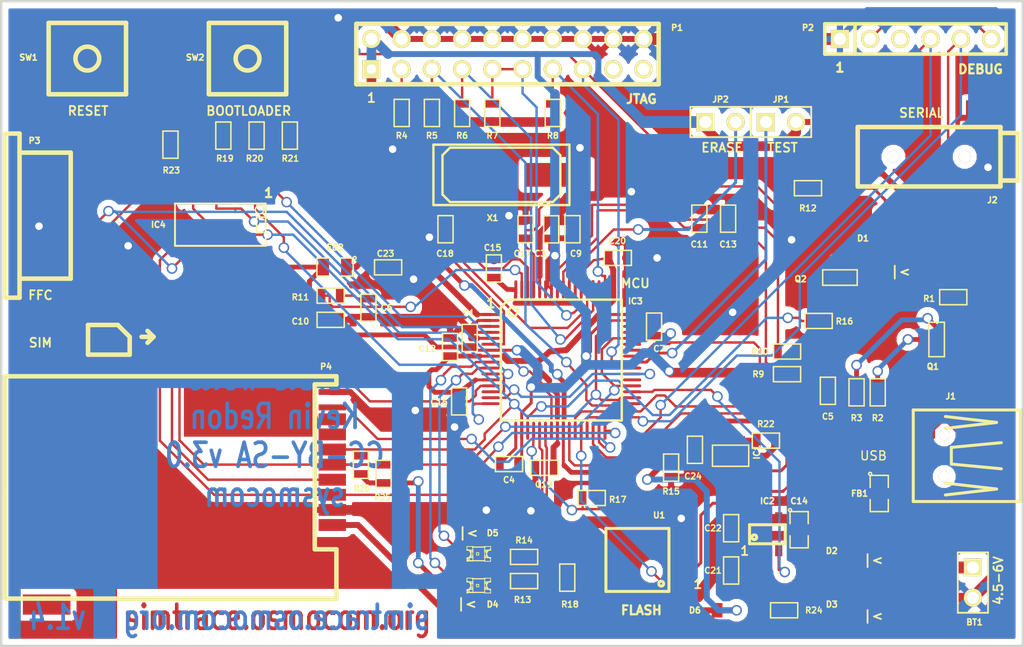
<source format=kicad_pcb>
(kicad_pcb (version 3) (host pcbnew "(2013-may-18)-stable")
  (title_block (title SIMtrace) (rev 1.4) (company osmocom) (comment 1 "CC-BY-SA v3.0 unported"))
  (layers (15 Front signal) (0 Back signal) (18 B.Paste user) (19 F.Paste user) (20 B.SilkS user) (21 F.SilkS user) (22 B.Mask user) (23 F.Mask user) (28 Edge.Cuts user))
  (net 0 "")
  (net 1 +1.8V)
  (net 2 //RESET)
  (net 3 /A-B-DETECT)
  (net 4 /BOOTLOADER)
  (net 5 /CLK_PHONE)
  (net 6 /CLK_SIM)
  (net 7 /CS)
  (net 8 /DDM)
  (net 9 /DDP)
  (net 10 /DRXD)
  (net 11 /DTXD)
  (net 12 /I/O_PHONE)
  (net 13 /I/O_SIM)
  (net 14 /I/O_SW)
  (net 15 /LED_G)
  (net 16 /LED_R)
  (net 17 /MISO)
  (net 18 /MOSI)
  (net 19 /RST_PHONE)
  (net 20 /RST_SIM)
  (net 21 /SCK)
  (net 22 /SC_SW)
  (net 23 /SIM_PWEN)
  (net 24 /SW_SIM)
  (net 25 /TCK)
  (net 26 /TDI)
  (net 27 /TDO)
  (net 28 /TEST)
  (net 29 /TMS)
  (net 30 /UDP_PUP)
  (net 31 /USBVCC)
  (net 32 /VCC_FWD)
  (net 33 /VCC_PHONE)
  (net 34 /VCC_SIM)
  (net 35 /VPP_PHONE)
  (net 36 /VPP_SIM)
  (net 37 /WP)
  (net 38 3V3)
  (net 39 GND)
  (net 40 N-000008)
  (net 41 N-000012)
  (net 42 N-000013)
  (net 43 N-000014)
  (net 44 N-000018)
  (net 45 N-000020)
  (net 46 N-000021)
  (net 47 N-000025)
  (net 48 N-000027)
  (net 49 N-000029)
  (net 50 N-000030)
  (net 51 N-000033)
  (net 52 N-000034)
  (net 53 N-000042)
  (net 54 N-000043)
  (net 55 N-000047)
  (net 56 N-000050)
  (net 57 N-000053)
  (net 58 N-000055)
  (net 59 N-000061)
  (net 60 N-000062)
  (net 61 N-000064)
  (module SM0603 (layer Front) (at 86.32698 130.556)
    (fp_text reference R17 (at 2.19202 0.127) (layer F.SilkS) (effects (font (size 0.5 0.5) (thickness 0.1143))))
    (fp_text value 10K hide)
    (pad 1 smd rect (at -0.762 0) (size 0.635 1.143) (layers Front F.Paste F.Mask) (net 37 /WP))
    (pad 2 smd rect (at 0.762 0) (size 0.635 1.143) (layers Front F.Paste F.Mask) (net 39 GND))
  )
  (module SM0603 (layer Front) (at 105.3973 115.66398 180)
    (fp_text reference R16 (at -2.1717 -0.03302 180) (layer F.SilkS) (effects (font (size 0.5 0.5) (thickness 0.1143))))
    (fp_text value 10K hide)
    (pad 1 smd rect (at -0.762 0 180) (size 0.635 1.143) (layers Front F.Paste F.Mask) (net 41 N-000012))
    (pad 2 smd rect (at 0.762 0 180) (size 0.635 1.143) (layers Front F.Paste F.Mask) (net 48 N-000027))
  )
  (module SM0603 (layer Front) (at 80.645 135.509 180)
    (fp_text reference R14 (at 0 1.397 180) (layer F.SilkS) (effects (font (size 0.5 0.5) (thickness 0.1143))))
    (fp_text value 150R hide)
    (pad 1 smd rect (at -0.762 0 180) (size 0.635 1.143) (layers Front F.Paste F.Mask) (net 38 3V3))
    (pad 2 smd rect (at 0.762 0 180) (size 0.635 1.143) (layers Front F.Paste F.Mask) (net 57 N-000053))
  )
  (module SM0603 (layer Front) (at 80.645 137.541 180)
    (fp_text reference R13 (at 0.127 -1.57226 180) (layer F.SilkS) (effects (font (size 0.5 0.5) (thickness 0.1143))))
    (fp_text value 150R hide)
    (pad 1 smd rect (at -0.762 0 180) (size 0.635 1.143) (layers Front F.Paste F.Mask) (net 38 3V3))
    (pad 2 smd rect (at 0.762 0 180) (size 0.635 1.143) (layers Front F.Paste F.Mask) (net 58 N-000055))
  )
  (module SM0603 (layer Front) (at 104.5 104.5)
    (fp_text reference R12 (at -0.00068 1.68182) (layer F.SilkS) (effects (font (size 0.5 0.5) (thickness 0.1143))))
    (fp_text value 100K hide)
    (pad 1 smd rect (at -0.762 0) (size 0.635 1.143) (layers Front F.Paste F.Mask) (net 38 3V3))
    (pad 2 smd rect (at 0.762 0) (size 0.635 1.143) (layers Front F.Paste F.Mask) (net 2 //RESET))
  )
  (module SM0603 (layer Front) (at 64.389 113.538)
    (fp_text reference R11 (at -2.54 0.127) (layer F.SilkS) (effects (font (size 0.5 0.5) (thickness 0.1143))))
    (fp_text value 1K5 hide)
    (pad 1 smd rect (at -0.762 0) (size 0.635 1.143) (layers Front F.Paste F.Mask) (net 56 N-000050))
    (pad 2 smd rect (at 0.762 0) (size 0.635 1.143) (layers Front F.Paste F.Mask) (net 53 N-000042))
  )
  (module SM0603 (layer Front) (at 102.743 118.237)
    (fp_text reference R10 (at -2.286 0) (layer F.SilkS) (effects (font (size 0.5 0.5) (thickness 0.1143))))
    (fp_text value 27R hide)
    (pad 1 smd rect (at -0.762 0) (size 0.635 1.143) (layers Front F.Paste F.Mask) (net 9 /DDP))
    (pad 2 smd rect (at 0.762 0) (size 0.635 1.143) (layers Front F.Paste F.Mask) (net 45 N-000020))
  )
  (module SM0603 (layer Front) (at 102.743 120.142)
    (fp_text reference R9 (at -2.413 0) (layer F.SilkS) (effects (font (size 0.5 0.5) (thickness 0.1143))))
    (fp_text value 27R hide)
    (pad 1 smd rect (at -0.762 0) (size 0.635 1.143) (layers Front F.Paste F.Mask) (net 8 /DDM))
    (pad 2 smd rect (at 0.762 0) (size 0.635 1.143) (layers Front F.Paste F.Mask) (net 59 N-000061))
  )
  (module SM0603 (layer Front) (at 83.058 98.171 270)
    (fp_text reference R8 (at 1.905 0 360) (layer F.SilkS) (effects (font (size 0.5 0.5) (thickness 0.1143))))
    (fp_text value 100K hide)
    (pad 1 smd rect (at -0.762 0 270) (size 0.635 1.143) (layers Front F.Paste F.Mask) (net 27 /TDO))
    (pad 2 smd rect (at 0.762 0 270) (size 0.635 1.143) (layers Front F.Paste F.Mask) (net 38 3V3))
  )
  (module SM0603 (layer Front) (at 77.978 98.171 270)
    (fp_text reference R7 (at 1.905 0 360) (layer F.SilkS) (effects (font (size 0.5 0.5) (thickness 0.1143))))
    (fp_text value 100K hide)
    (pad 1 smd rect (at -0.762 0 270) (size 0.635 1.143) (layers Front F.Paste F.Mask) (net 25 /TCK))
    (pad 2 smd rect (at 0.762 0 270) (size 0.635 1.143) (layers Front F.Paste F.Mask) (net 38 3V3))
  )
  (module SM0603 (layer Front) (at 75.438 98.171 270)
    (fp_text reference R6 (at 1.905 0 360) (layer F.SilkS) (effects (font (size 0.5 0.5) (thickness 0.1143))))
    (fp_text value 100K hide)
    (pad 1 smd rect (at -0.762 0 270) (size 0.635 1.143) (layers Front F.Paste F.Mask) (net 29 /TMS))
    (pad 2 smd rect (at 0.762 0 270) (size 0.635 1.143) (layers Front F.Paste F.Mask) (net 38 3V3))
  )
  (module SM0603 (layer Front) (at 72.898 98.171 270)
    (fp_text reference R5 (at 1.905 0 360) (layer F.SilkS) (effects (font (size 0.5 0.5) (thickness 0.1143))))
    (fp_text value 100K hide)
    (pad 1 smd rect (at -0.762 0 270) (size 0.635 1.143) (layers Front F.Paste F.Mask) (net 26 /TDI))
    (pad 2 smd rect (at 0.762 0 270) (size 0.635 1.143) (layers Front F.Paste F.Mask) (net 38 3V3))
  )
  (module SM0603 (layer Front) (at 70.358 98.171 270)
    (fp_text reference R4 (at 1.905 0 360) (layer F.SilkS) (effects (font (size 0.5 0.5) (thickness 0.1143))))
    (fp_text value 100K hide)
    (pad 1 smd rect (at -0.762 0 270) (size 0.635 1.143) (layers Front F.Paste F.Mask) (net 54 N-000043))
    (pad 2 smd rect (at 0.762 0 270) (size 0.635 1.143) (layers Front F.Paste F.Mask) (net 38 3V3))
  )
  (module SM0603 (layer Front) (at 108.585 121.666 90)
    (fp_text reference R3 (at -2.159 0 180) (layer F.SilkS) (effects (font (size 0.5 0.5) (thickness 0.1143))))
    (fp_text value 1K5 hide)
    (pad 1 smd rect (at -0.762 0 90) (size 0.635 1.143) (layers Front F.Paste F.Mask) (net 45 N-000020))
    (pad 2 smd rect (at 0.762 0 90) (size 0.635 1.143) (layers Front F.Paste F.Mask) (net 44 N-000018))
  )
  (module SM0603 (layer Front) (at 110.363 121.666 90)
    (fp_text reference R2 (at -2.159 0 180) (layer F.SilkS) (effects (font (size 0.5 0.5) (thickness 0.1143))))
    (fp_text value 10K hide)
    (pad 1 smd rect (at -0.762 0 90) (size 0.635 1.143) (layers Front F.Paste F.Mask) (net 3 /A-B-DETECT))
    (pad 2 smd rect (at 0.762 0 90) (size 0.635 1.143) (layers Front F.Paste F.Mask) (net 38 3V3))
  )
  (module SM0603 (layer Front) (at 116.713 113.665 180)
    (fp_text reference R1 (at 2.032 -0.127 180) (layer F.SilkS) (effects (font (size 0.5 0.5) (thickness 0.1143))))
    (fp_text value 100K hide)
    (pad 1 smd rect (at -0.762 0 180) (size 0.635 1.143) (layers Front F.Paste F.Mask) (net 38 3V3))
    (pad 2 smd rect (at 0.762 0 180) (size 0.635 1.143) (layers Front F.Paste F.Mask) (net 30 /UDP_PUP))
  )
  (module SM0603 (layer Front) (at 69.21754 111.15802 180)
    (fp_text reference C23 (at 0.21754 1.15802 180) (layer F.SilkS) (effects (font (size 0.5 0.5) (thickness 0.1143))))
    (fp_text value 100nF hide)
    (pad 1 smd rect (at -0.762 0 180) (size 0.635 1.143) (layers Front F.Paste F.Mask) (net 61 N-000064))
    (pad 2 smd rect (at 0.762 0 180) (size 0.635 1.143) (layers Front F.Paste F.Mask) (net 39 GND))
  )
  (module SM0603 (layer Front) (at 98.044 133.096 270)
    (fp_text reference C22 (at 0 1.524 360) (layer F.SilkS) (effects (font (size 0.5 0.5) (thickness 0.1143))))
    (fp_text value 1uF hide)
    (pad 1 smd rect (at -0.762 0 270) (size 0.635 1.143) (layers Front F.Paste F.Mask) (net 38 3V3))
    (pad 2 smd rect (at 0.762 0 270) (size 0.635 1.143) (layers Front F.Paste F.Mask) (net 39 GND))
  )
  (module SM0603 (layer Front) (at 98.044 136.652 90)
    (fp_text reference C21 (at 0 -1.524 180) (layer F.SilkS) (effects (font (size 0.5 0.5) (thickness 0.1143))))
    (fp_text value 1uF hide)
    (pad 1 smd rect (at -0.762 0 90) (size 0.635 1.143) (layers Front F.Paste F.Mask) (net 52 N-000034))
    (pad 2 smd rect (at 0.762 0 90) (size 0.635 1.143) (layers Front F.Paste F.Mask) (net 39 GND))
  )
  (module SM0603 (layer Front) (at 88.519 110.363)
    (fp_text reference C20 (at -0.0381 -1.4351) (layer F.SilkS) (effects (font (size 0.5 0.5) (thickness 0.1143))))
    (fp_text value 100nF hide)
    (pad 1 smd rect (at -0.762 0) (size 0.635 1.143) (layers Front F.Paste F.Mask) (net 1 +1.8V))
    (pad 2 smd rect (at 0.762 0) (size 0.635 1.143) (layers Front F.Paste F.Mask) (net 39 GND))
  )
  (module SM0603 (layer Front) (at 82.3595 128.016 180)
    (fp_text reference C19 (at 0.0635 -1.397 180) (layer F.SilkS) (effects (font (size 0.5 0.5) (thickness 0.1143))))
    (fp_text value 100nF hide)
    (pad 1 smd rect (at -0.762 0 180) (size 0.635 1.143) (layers Front F.Paste F.Mask) (net 1 +1.8V))
    (pad 2 smd rect (at 0.762 0 180) (size 0.635 1.143) (layers Front F.Paste F.Mask) (net 39 GND))
  )
  (module SM0603 (layer Front) (at 74.041 107.95 270)
    (fp_text reference C18 (at 2.05 0.041 360) (layer F.SilkS) (effects (font (size 0.5 0.5) (thickness 0.1143))))
    (fp_text value 10pF hide)
    (pad 1 smd rect (at -0.762 0 270) (size 0.635 1.143) (layers Front F.Paste F.Mask) (net 49 N-000029))
    (pad 2 smd rect (at 0.762 0 270) (size 0.635 1.143) (layers Front F.Paste F.Mask) (net 39 GND))
  )
  (module SM0603 (layer Front) (at 80.772 107.95 90)
    (fp_text reference C17 (at -2.05 -0.272 180) (layer F.SilkS) (effects (font (size 0.5 0.5) (thickness 0.1143))))
    (fp_text value 10pF hide)
    (pad 1 smd rect (at -0.762 0 90) (size 0.635 1.143) (layers Front F.Paste F.Mask) (net 55 N-000047))
    (pad 2 smd rect (at 0.762 0 90) (size 0.635 1.143) (layers Front F.Paste F.Mask) (net 39 GND))
  )
  (module SM0603 (layer Front) (at 75.184 122.428 270)
    (fp_text reference C16 (at 0.072 1.684 360) (layer F.SilkS) (effects (font (size 0.5 0.5) (thickness 0.1143))))
    (fp_text value 100nF hide)
    (pad 1 smd rect (at -0.762 0 270) (size 0.635 1.143) (layers Front F.Paste F.Mask) (net 1 +1.8V))
    (pad 2 smd rect (at 0.762 0 270) (size 0.635 1.143) (layers Front F.Paste F.Mask) (net 39 GND))
  )
  (module SM0603 (layer Front) (at 78.105 111.252 90)
    (fp_text reference C15 (at 1.752 -0.105 180) (layer F.SilkS) (effects (font (size 0.5 0.5) (thickness 0.1143))))
    (fp_text value 100nF hide)
    (pad 1 smd rect (at -0.762 0 90) (size 0.635 1.143) (layers Front F.Paste F.Mask) (net 1 +1.8V))
    (pad 2 smd rect (at 0.762 0 90) (size 0.635 1.143) (layers Front F.Paste F.Mask) (net 39 GND))
  )
  (module SM0603 (layer Front) (at 97.79 107.061 90)
    (fp_text reference C13 (at -2.159 0 180) (layer F.SilkS) (effects (font (size 0.5 0.5) (thickness 0.1143))))
    (fp_text value 15pF hide)
    (pad 1 smd rect (at -0.762 0 90) (size 0.635 1.143) (layers Front F.Paste F.Mask) (net 9 /DDP))
    (pad 2 smd rect (at 0.762 0 90) (size 0.635 1.143) (layers Front F.Paste F.Mask) (net 39 GND))
  )
  (module SM0603 (layer Front) (at 74.422 117.856 90)
    (fp_text reference C12 (at -0.144 -1.922 180) (layer F.SilkS) (effects (font (size 0.5 0.5) (thickness 0.1143))))
    (fp_text value 2.2uF hide)
    (pad 1 smd rect (at -0.762 0 90) (size 0.635 1.143) (layers Front F.Paste F.Mask) (net 1 +1.8V))
    (pad 2 smd rect (at 0.762 0 90) (size 0.635 1.143) (layers Front F.Paste F.Mask) (net 39 GND))
  )
  (module SM0603 (layer Front) (at 95.377 107.061 90)
    (fp_text reference C11 (at -2.159 0 180) (layer F.SilkS) (effects (font (size 0.5 0.5) (thickness 0.1143))))
    (fp_text value 15pF hide)
    (pad 1 smd rect (at -0.762 0 90) (size 0.635 1.143) (layers Front F.Paste F.Mask) (net 8 /DDM))
    (pad 2 smd rect (at 0.762 0 90) (size 0.635 1.143) (layers Front F.Paste F.Mask) (net 39 GND))
  )
  (module SM0603 (layer Front) (at 64.389 115.57 180)
    (fp_text reference C10 (at 2.54 -0.127 180) (layer F.SilkS) (effects (font (size 0.5 0.5) (thickness 0.1143))))
    (fp_text value 1nF hide)
    (pad 1 smd rect (at -0.762 0 180) (size 0.635 1.143) (layers Front F.Paste F.Mask) (net 39 GND))
    (pad 2 smd rect (at 0.762 0 180) (size 0.635 1.143) (layers Front F.Paste F.Mask) (net 56 N-000050))
  )
  (module SM0603 (layer Front) (at 84.709 107.95 90)
    (fp_text reference C9 (at -2.05 0.291 180) (layer F.SilkS) (effects (font (size 0.5 0.5) (thickness 0.1143))))
    (fp_text value 100nF hide)
    (pad 1 smd rect (at -0.762 0 90) (size 0.635 1.143) (layers Front F.Paste F.Mask) (net 38 3V3))
    (pad 2 smd rect (at 0.762 0 90) (size 0.635 1.143) (layers Front F.Paste F.Mask) (net 39 GND))
  )
  (module SM0603 (layer Front) (at 91.567 116.1415 90)
    (fp_text reference C7 (at -1.8585 0.433 180) (layer F.SilkS) (effects (font (size 0.5 0.5) (thickness 0.1143))))
    (fp_text value 100nF hide)
    (pad 1 smd rect (at -0.762 0 90) (size 0.635 1.143) (layers Front F.Paste F.Mask) (net 38 3V3))
    (pad 2 smd rect (at 0.762 0 90) (size 0.635 1.143) (layers Front F.Paste F.Mask) (net 39 GND))
  )
  (module SM0603 (layer Front) (at 67.564 114.554 90)
    (fp_text reference C6 (at 0 1.524 180) (layer F.SilkS) (effects (font (size 0.5 0.5) (thickness 0.1143))))
    (fp_text value 10nF hide)
    (pad 1 smd rect (at -0.762 0 90) (size 0.635 1.143) (layers Front F.Paste F.Mask) (net 39 GND))
    (pad 2 smd rect (at 0.762 0 90) (size 0.635 1.143) (layers Front F.Paste F.Mask) (net 53 N-000042))
  )
  (module SM0603 (layer Front) (at 106.172 121.539 90)
    (fp_text reference C5 (at -2.159 0 180) (layer F.SilkS) (effects (font (size 0.5 0.5) (thickness 0.1143))))
    (fp_text value 33pF hide)
    (pad 1 smd rect (at -0.762 0 90) (size 0.635 1.143) (layers Front F.Paste F.Mask) (net 59 N-000061))
    (pad 2 smd rect (at 0.762 0 90) (size 0.635 1.143) (layers Front F.Paste F.Mask) (net 45 N-000020))
  )
  (module SM0603 (layer Front) (at 79.375 127.6985 180)
    (fp_text reference C4 (at 0 -1.3335 180) (layer F.SilkS) (effects (font (size 0.5 0.5) (thickness 0.1143))))
    (fp_text value 100nF hide)
    (pad 1 smd rect (at -0.762 0 180) (size 0.635 1.143) (layers Front F.Paste F.Mask) (net 38 3V3))
    (pad 2 smd rect (at 0.762 0 180) (size 0.635 1.143) (layers Front F.Paste F.Mask) (net 39 GND))
  )
  (module SM0603 (layer Front) (at 82.92338 107.96016 90)
    (fp_text reference C3 (at -2.03984 -0.92338 180) (layer F.SilkS) (effects (font (size 0.5 0.5) (thickness 0.1143))))
    (fp_text value 100nF hide)
    (pad 1 smd rect (at -0.762 0 90) (size 0.635 1.143) (layers Front F.Paste F.Mask) (net 38 3V3))
    (pad 2 smd rect (at 0.762 0 90) (size 0.635 1.143) (layers Front F.Paste F.Mask) (net 39 GND))
  )
  (module SM0603 (layer Front) (at 76.073 117.094 90)
    (fp_text reference C1 (at 2.094 -0.073 180) (layer F.SilkS) (effects (font (size 0.5 0.5) (thickness 0.1143))))
    (fp_text value 2.2uF hide)
    (pad 1 smd rect (at -0.762 0 90) (size 0.635 1.143) (layers Front F.Paste F.Mask) (net 38 3V3))
    (pad 2 smd rect (at 0.762 0 90) (size 0.635 1.143) (layers Front F.Paste F.Mask) (net 39 GND))
  )
  (module SM0805 (layer Front) (at 64.7573 111.13262 180)
    (fp_text reference FB2 (at -0.0127 1.65862 180) (layer F.SilkS) (effects (font (size 0.5 0.5) (thickness 0.125))))
    (fp_text value FILTER hide)
    (pad 1 smd rect (at -0.9525 0 180) (size 0.889 1.397) (layers Front F.Paste F.Mask) (net 61 N-000064))
    (pad 2 smd rect (at 0.9525 0 180) (size 0.889 1.397) (layers Front F.Paste F.Mask) (net 38 3V3))
  )
  (module SM0805 (layer Front) (at 110.49 130.175 270)
    (fp_text reference FB1 (at 0 1.651 360) (layer F.SilkS) (effects (font (size 0.5 0.5) (thickness 0.125))))
    (fp_text value FILTER hide)
    (pad 1 smd rect (at -0.9525 0 270) (size 0.889 1.397) (layers Front F.Paste F.Mask) (net 60 N-000062))
    (pad 2 smd rect (at 0.9525 0 270) (size 0.889 1.397) (layers Front F.Paste F.Mask) (net 31 /USBVCC))
  )
  (module TQFP_64 (layer Front) (at 83.693 118.872 270)
    (fp_text reference IC3 (at -4.872 -6.307 360) (layer F.SilkS) (effects (font (size 0.5 0.5) (thickness 0.125))))
    (fp_text value MCU (at -6.372 -6.307 360) (layer F.SilkS) (effects (font (size 0.75 0.75) (thickness 0.1524))))
    (pad 1 smd rect (at -3.74904 5.86994 270) (size 0.24892 1.524) (layers Front F.Paste F.Mask) (net 61 N-000064))
    (pad 2 smd oval (at -3.24866 5.86994 270) (size 0.24892 1.524) (layers Front F.Paste F.Mask) (net 39 GND))
    (pad 3 smd oval (at -2.74828 5.86994 270) (size 0.24892 1.524) (layers Front F.Paste F.Mask) (net 39 GND))
    (pad 4 smd oval (at -2.2479 5.86994 270) (size 0.24892 1.524) (layers Front F.Paste F.Mask) (net 39 GND))
    (pad 5 smd oval (at -1.74752 5.86994 270) (size 0.24892 1.524) (layers Front F.Paste F.Mask) (net 39 GND))
    (pad 6 smd oval (at -1.24968 5.86994 270) (size 0.24892 1.524) (layers Front F.Paste F.Mask) (net 43 N-000014))
    (pad 7 smd oval (at -0.7493 5.86994 270) (size 0.24892 1.524) (layers Front F.Paste F.Mask) (net 38 3V3))
    (pad 8 smd oval (at -0.24892 5.86994 270) (size 0.24892 1.524) (layers Front F.Paste F.Mask) (net 1 +1.8V))
    (pad 9 smd oval (at 0.25146 5.86994 270) (size 0.24892 1.524) (layers Front F.Paste F.Mask) (net 16 /LED_R))
    (pad 10 smd oval (at 0.75184 5.86994 270) (size 0.24892 1.524) (layers Front F.Paste F.Mask) (net 15 /LED_G))
    (pad 11 smd oval (at 1.25222 5.86994 270) (size 0.24892 1.524) (layers Front F.Paste F.Mask) (net 12 /I/O_PHONE))
    (pad 12 smd oval (at 1.75006 5.86994 270) (size 0.24892 1.524) (layers Front F.Paste F.Mask) (net 1 +1.8V))
    (pad 13 smd oval (at 2.25044 5.86994 270) (size 0.24892 1.524) (layers Front F.Paste F.Mask) (net 14 /I/O_SW))
    (pad 14 smd oval (at 2.75082 5.86994 270) (size 0.24892 1.524) (layers Front F.Paste F.Mask) (net 12 /I/O_PHONE))
    (pad 15 smd oval (at 3.2512 5.86994 270) (size 0.24892 1.524) (layers Front F.Paste F.Mask) (net 5 /CLK_PHONE))
    (pad 16 smd oval (at 3.75158 5.86994 270) (size 0.24892 1.524) (layers Front F.Paste F.Mask) (net 22 /SC_SW))
    (pad 17 smd oval (at 6.0325 3.74904 270) (size 1.524 0.24892) (layers Front F.Paste F.Mask) (net 39 GND))
    (pad 18 smd oval (at 6.0325 3.24866 270) (size 1.524 0.24892) (layers Front F.Paste F.Mask) (net 38 3V3))
    (pad 19 smd oval (at 6.0325 2.74828 270) (size 1.524 0.24892) (layers Front F.Paste F.Mask) (net 48 N-000027))
    (pad 20 smd oval (at 6.0325 2.2479 270) (size 1.524 0.24892) (layers Front F.Paste F.Mask) (net 37 /WP))
    (pad 21 smd oval (at 6.0325 1.74752 270) (size 1.524 0.24892) (layers Front F.Paste F.Mask) (net 21 /SCK))
    (pad 22 smd oval (at 6.0325 1.24968 270) (size 1.524 0.24892) (layers Front F.Paste F.Mask) (net 18 /MOSI))
    (pad 23 smd oval (at 6.0325 0.7493 270) (size 1.524 0.24892) (layers Front F.Paste F.Mask) (net 19 /RST_PHONE))
    (pad 24 smd oval (at 6.0325 0.24892 270) (size 1.524 0.24892) (layers Front F.Paste F.Mask) (net 1 +1.8V))
    (pad 25 smd oval (at 6.0325 -0.25146 270) (size 1.524 0.24892) (layers Front F.Paste F.Mask) (net 33 /VCC_PHONE))
    (pad 26 smd oval (at 6.0325 -0.75184 270) (size 1.524 0.24892) (layers Front F.Paste F.Mask) (net 32 /VCC_FWD))
    (pad 27 smd oval (at 6.0325 -1.25222 270) (size 1.524 0.24892) (layers Front F.Paste F.Mask) (net 17 /MISO))
    (pad 28 smd oval (at 6.0325 -1.75006 270) (size 1.524 0.24892) (layers Front F.Paste F.Mask) (net 7 /CS))
    (pad 29 smd oval (at 6.0325 -2.25044 270) (size 1.524 0.24892) (layers Front F.Paste F.Mask) (net 11 /DTXD))
    (pad 30 smd oval (at 6.0325 -2.75082 270) (size 1.524 0.24892) (layers Front F.Paste F.Mask) (net 10 /DRXD))
    (pad 31 smd oval (at 6.0325 -3.2512 270) (size 1.524 0.24892) (layers Front F.Paste F.Mask) (net 24 /SW_SIM))
    (pad 32 smd oval (at 6.0325 -3.75158 270) (size 1.524 0.24892) (layers Front F.Paste F.Mask) (net 20 /RST_SIM))
    (pad 33 smd oval (at 3.75158 -6.0325 270) (size 0.24892 1.524) (layers Front F.Paste F.Mask) (net 26 /TDI))
    (pad 34 smd oval (at 3.2512 -6.0325 270) (size 0.24892 1.524) (layers Front F.Paste F.Mask) (net 13 /I/O_SIM))
    (pad 35 smd oval (at 2.75082 -6.0325 270) (size 0.24892 1.524) (layers Front F.Paste F.Mask) (net 23 /SIM_PWEN))
    (pad 36 smd oval (at 2.25044 -6.0325 270) (size 0.24892 1.524) (layers Front F.Paste F.Mask) (net 6 /CLK_SIM))
    (pad 37 smd oval (at 1.75006 -6.0325 270) (size 0.24892 1.524) (layers Front F.Paste F.Mask))
    (pad 38 smd oval (at 1.25222 -6.0325 270) (size 0.24892 1.524) (layers Front F.Paste F.Mask) (net 5 /CLK_PHONE))
    (pad 39 smd oval (at 0.75184 -6.0325 270) (size 0.24892 1.524) (layers Front F.Paste F.Mask) (net 2 //RESET))
    (pad 40 smd oval (at 0.25146 -6.0325 270) (size 0.24892 1.524) (layers Front F.Paste F.Mask) (net 28 /TEST))
    (pad 41 smd oval (at -0.24892 -6.0325 270) (size 0.24892 1.524) (layers Front F.Paste F.Mask) (net 3 /A-B-DETECT))
    (pad 42 smd oval (at -0.7493 -6.0325 270) (size 0.24892 1.524) (layers Front F.Paste F.Mask))
    (pad 43 smd oval (at -1.24968 -6.0325 270) (size 0.24892 1.524) (layers Front F.Paste F.Mask))
    (pad 44 smd oval (at -1.74752 -6.0325 270) (size 0.24892 1.524) (layers Front F.Paste F.Mask) (net 6 /CLK_SIM))
    (pad 45 smd oval (at -2.2479 -6.0325 270) (size 0.24892 1.524) (layers Front F.Paste F.Mask) (net 38 3V3))
    (pad 46 smd oval (at -2.74828 -6.0325 270) (size 0.24892 1.524) (layers Front F.Paste F.Mask) (net 39 GND))
    (pad 47 smd oval (at -3.24866 -6.0325 270) (size 0.24892 1.524) (layers Front F.Paste F.Mask) (net 13 /I/O_SIM))
    (pad 48 smd oval (at -3.74904 -6.0325 270) (size 0.24892 1.524) (layers Front F.Paste F.Mask) (net 38 3V3))
    (pad 49 smd oval (at -5.86994 -3.75158 270) (size 1.524 0.24892) (layers Front F.Paste F.Mask) (net 27 /TDO))
    (pad 50 smd oval (at -5.86994 -3.2512 270) (size 1.524 0.24892) (layers Front F.Paste F.Mask))
    (pad 52 smd oval (at -5.86994 -2.25044 270) (size 1.524 0.24892) (layers Front F.Paste F.Mask) (net 4 /BOOTLOADER))
    (pad 51 smd oval (at -5.88772 -2.75082 270) (size 1.524 0.24892) (layers Front F.Paste F.Mask) (net 29 /TMS))
    (pad 53 smd oval (at -5.86994 -1.75006 270) (size 1.524 0.24892) (layers Front F.Paste F.Mask) (net 25 /TCK))
    (pad 54 smd oval (at -5.86994 -1.25222 270) (size 1.524 0.24892) (layers Front F.Paste F.Mask) (net 1 +1.8V))
    (pad 55 smd oval (at -5.86994 -0.75184 270) (size 1.524 0.24892) (layers Front F.Paste F.Mask) (net 47 N-000025))
    (pad 56 smd oval (at -5.86994 -0.25146 270) (size 1.524 0.24892) (layers Front F.Paste F.Mask) (net 8 /DDM))
    (pad 57 smd oval (at -5.86994 0.24892 270) (size 1.524 0.24892) (layers Front F.Paste F.Mask) (net 9 /DDP))
    (pad 58 smd oval (at -5.86994 0.7493 270) (size 1.524 0.24892) (layers Front F.Paste F.Mask) (net 38 3V3))
    (pad 59 smd oval (at -5.86994 1.24206 270) (size 1.524 0.24892) (layers Front F.Paste F.Mask) (net 38 3V3))
    (pad 60 smd oval (at -5.86994 1.74244 270) (size 1.524 0.24892) (layers Front F.Paste F.Mask) (net 39 GND))
    (pad 61 smd oval (at -5.86994 2.24282 270) (size 1.524 0.24892) (layers Front F.Paste F.Mask) (net 55 N-000047))
    (pad 62 smd oval (at -5.86994 2.7432 270) (size 1.524 0.24892) (layers Front F.Paste F.Mask) (net 49 N-000029))
    (pad 63 smd oval (at -5.86994 3.24104 270) (size 1.524 0.24892) (layers Front F.Paste F.Mask) (net 56 N-000050))
    (pad 64 smd oval (at -5.86994 3.74142 270) (size 1.524 0.24892) (layers Front F.Paste F.Mask) (net 1 +1.8V))
  )
  (module PIN_ARRAY-6X1 (layer Front) (at 113.538 91.948)
    (fp_text reference P2 (at -9.038 -0.948) (layer F.SilkS) (effects (font (size 0.5 0.5) (thickness 0.125))))
    (fp_text value DEBUG (at 5.462 2.552) (layer F.SilkS) (effects (font (size 0.75 0.75) (thickness 0.1875))))
    (pad 1 thru_hole rect (at -6.35 0) (size 1.524 1.524) (drill 1.016) (layers *.Cu *.Mask F.SilkS) (net 39 GND))
    (pad 2 thru_hole circle (at -3.81 0) (size 1.524 1.524) (drill 1.016) (layers *.Cu *.Mask F.SilkS) (net 46 N-000021))
    (pad 3 thru_hole circle (at -1.27 0) (size 1.524 1.524) (drill 1.016) (layers *.Cu *.Mask F.SilkS))
    (pad 4 thru_hole circle (at 1.27 0) (size 1.524 1.524) (drill 1.016) (layers *.Cu *.Mask F.SilkS) (net 10 /DRXD))
    (pad 5 thru_hole circle (at 3.81 0) (size 1.524 1.524) (drill 1.016) (layers *.Cu *.Mask F.SilkS) (net 11 /DTXD))
    (pad 6 thru_hole circle (at 6.35 0) (size 1.524 1.524) (drill 1.016) (layers *.Cu *.Mask F.SilkS) (net 46 N-000021))
  )
  (module SOT23_BC847 (layer Front) (at 107.188 112.014)
    (fp_text reference Q2 (at -3.302 0.127) (layer F.SilkS) (effects (font (size 0.5 0.5) (thickness 0.125))))
    (fp_text value BC847 hide)
    (pad 1 smd rect (at -1.00076 1.09982) (size 0.8001 0.89916) (layers Front F.Paste F.Mask) (net 41 N-000012))
    (pad 2 smd rect (at 1.00076 1.09982) (size 0.8001 0.89916) (layers Front F.Paste F.Mask) (net 39 GND))
    (pad 3 smd rect (at 0 -1.09982) (size 0.8001 0.89916) (layers Front F.Paste F.Mask) (net 30 /UDP_PUP))
  )
  (module SOT23_BC847 (layer Front) (at 115.316 117.221 90)
    (fp_text reference Q1 (at -2.279 -0.316 180) (layer F.SilkS) (effects (font (size 0.5 0.5) (thickness 0.125))))
    (fp_text value BC847 hide)
    (pad 1 smd rect (at -1.00076 1.09982 90) (size 0.8001 0.89916) (layers Front F.Paste F.Mask) (net 30 /UDP_PUP))
    (pad 2 smd rect (at 1.00076 1.09982 90) (size 0.8001 0.89916) (layers Front F.Paste F.Mask) (net 44 N-000018))
    (pad 3 smd rect (at 0 -1.09982 90) (size 0.8001 0.89916) (layers Front F.Paste F.Mask) (net 38 3V3))
  )
  (module PUSH_BUTTON (layer Front) (at 43.942 93.599 180)
    (fp_text reference SW1 (at 4.942 0.099 180) (layer F.SilkS) (effects (font (size 0.5 0.5) (thickness 0.125))))
    (fp_text value RESET (at -0.058 -4.401 180) (layer F.SilkS) (effects (font (size 0.75 0.75) (thickness 0.14986))))
    (pad 2 smd rect (at -3.40106 1.99898 180) (size 3.2004 1.00076) (layers Front F.Paste F.Mask) (net 39 GND))
    (pad 1 smd rect (at -3.40106 -1.99898 180) (size 3.2004 1.00076) (layers Front F.Paste F.Mask) (net 2 //RESET))
    (pad 1' smd rect (at 3.40106 -1.99898 180) (size 3.2004 1.00076) (layers Front F.Paste F.Mask))
    (pad 2' smd rect (at 3.40106 1.99898 180) (size 3.2004 1.00076) (layers Front F.Paste F.Mask))
  )
  (module PUSH_BUTTON (layer Front) (at 57.404 93.599 180)
    (fp_text reference SW2 (at 4.404 0.099 180) (layer F.SilkS) (effects (font (size 0.5 0.5) (thickness 0.125))))
    (fp_text value BOOTLOADER (at -0.096 -4.401 180) (layer F.SilkS) (effects (font (size 0.75 0.75) (thickness 0.14986))))
    (pad 2 smd rect (at -3.40106 1.99898 180) (size 3.2004 1.00076) (layers Front F.Paste F.Mask) (net 39 GND))
    (pad 1 smd rect (at -3.40106 -1.99898 180) (size 3.2004 1.00076) (layers Front F.Paste F.Mask) (net 4 /BOOTLOADER))
    (pad 1' smd rect (at 3.40106 -1.99898 180) (size 3.2004 1.00076) (layers Front F.Paste F.Mask))
    (pad 2' smd rect (at 3.40106 1.99898 180) (size 3.2004 1.00076) (layers Front F.Paste F.Mask))
  )
  (module USB-MINI-B_UX60 (layer Front) (at 115.951 127 90)
    (fp_text reference J1 (at 5 0.549 180) (layer F.SilkS) (effects (font (size 0.5 0.5) (thickness 0.125))))
    (fp_text value USB (at 0 -5.951 180) (layer F.SilkS) (effects (font (size 0.75 0.75) (thickness 0.1143))))
    (pad "" thru_hole circle (at -1.75006 0 90) (size 0.89916 0.89916) (drill 0.89916) (layers *.Cu *.Mask F.SilkS))
    (pad "" thru_hole circle (at 1.75006 0 90) (size 0.89916 0.89916) (drill 0.89916) (layers *.Cu *.Mask F.SilkS))
    (pad 2 smd rect (at -0.8001 -2.25044 90) (size 0.50038 1.99898) (layers Front F.Paste F.Mask) (net 59 N-000061))
    (pad 3 smd rect (at 0 -2.25044 90) (size 0.50038 1.99898) (layers Front F.Paste F.Mask) (net 45 N-000020))
    (pad 4 smd rect (at 0.8001 -2.25044 90) (size 0.50038 1.99898) (layers Front F.Paste F.Mask) (net 3 /A-B-DETECT))
    (pad 5 smd rect (at 1.6002 -2.25044 90) (size 0.50038 1.99898) (layers Front F.Paste F.Mask) (net 39 GND))
    (pad 1 smd rect (at -1.6002 -2.25044 90) (size 0.50038 1.99898) (layers Front F.Paste F.Mask) (net 60 N-000062))
    (pad "" smd rect (at -4.20116 -1.99898 90) (size 2.49936 2.19964) (layers Front F.Paste F.Mask))
    (pad "" smd rect (at 4.20116 -1.99898 90) (size 2.49936 2.19964) (layers Front F.Paste F.Mask))
    (pad "" smd rect (at -4.20116 3.29946 90) (size 2.49936 2.19964) (layers Front F.Paste F.Mask))
    (pad "" smd rect (at 4.20116 3.29946 90) (size 2.49936 2.19964) (layers Front F.Paste F.Mask))
  )
  (module SIM_AMPHENOL (layer Front) (at 63.373 129.667 180)
    (fp_text reference P4 (at -0.627 10.167 180) (layer F.SilkS) (effects (font (size 0.5 0.5) (thickness 0.125))))
    (fp_text value SIM (at 23.373 12.167 180) (layer F.SilkS) (effects (font (size 0.75 0.75) (thickness 0.14986))))
    (pad C1 smd rect (at -1.15062 -3.15976 180) (size 2.30124 1.00076) (layers Front F.Paste F.Mask) (net 34 /VCC_SIM))
    (pad C5 smd rect (at -1.15062 -1.88976 180) (size 2.30124 1.00076) (layers Front F.Paste F.Mask) (net 39 GND))
    (pad C6 smd rect (at -1.15062 0.65024 180) (size 2.30124 1.00076) (layers Front F.Paste F.Mask) (net 36 /VPP_SIM))
    (pad C2 smd rect (at -1.15062 -0.61976 180) (size 2.30124 1.00076) (layers Front F.Paste F.Mask) (net 20 /RST_SIM))
    (pad C3 smd rect (at -1.15062 1.92024 180) (size 2.30124 1.00076) (layers Front F.Paste F.Mask) (net 6 /CLK_SIM))
    (pad C7 smd rect (at -1.15062 3.19024 180) (size 2.30124 1.00076) (layers Front F.Paste F.Mask) (net 13 /I/O_SIM))
    (pad C4 smd rect (at -1.15062 4.46024 180) (size 2.30124 1.00076) (layers Front F.Paste F.Mask))
    (pad C8 smd rect (at -1.15062 5.73024 180) (size 2.30124 1.00076) (layers Front F.Paste F.Mask) (clearance 0.20066))
    (pad SW1 smd rect (at -1.15062 6.731 180) (size 2.30124 0.50038) (layers Front F.Paste F.Mask) (net 24 /SW_SIM) (clearance 0.20066))
    (pad SW2 smd rect (at -1.15062 8.02894 180) (size 2.30124 0.50038) (layers Front F.Paste F.Mask) (net 39 GND))
    (pad "" smd rect (at 23.35022 0 180) (size 2.99974 1.19888) (layers Front))
    (pad "" smd rect (at 23.35022 5.08 180) (size 2.99974 1.19888) (layers Front))
    (pad "" smd rect (at 23.35022 2.54 180) (size 2.99974 1.19888) (layers Front))
    (pad "" smd rect (at 23.35022 -2.54 180) (size 2.99974 1.19888) (layers Front))
    (pad "" smd rect (at 15.73022 -2.54 180) (size 2.99974 1.19888) (layers Front))
    (pad "" smd rect (at 15.73022 0 180) (size 2.99974 1.19888) (layers Front))
    (pad "" smd rect (at 15.73022 2.54 180) (size 2.99974 1.19888) (layers Front))
    (pad "" smd rect (at 15.73022 5.08 180) (size 2.99974 1.19888) (layers Front))
    (pad "" smd rect (at 5.81914 6.46938 180) (size 11.00074 4.39928) (layers Front))
    (pad "" smd rect (at 22.84984 9.85012 180) (size 4.0005 1.69926) (layers Front F.Paste F.Mask))
    (pad "" smd rect (at 22.84984 -9.85012 180) (size 4.0005 1.69926) (layers Front F.Paste F.Mask))
  )
  (module SSOP20_BDQ (layer Front) (at 55.118 107.569 180)
    (fp_text reference IC4 (at 5.207 0 180) (layer F.SilkS) (effects (font (size 0.5 0.5) (thickness 0.125))))
    (fp_text value CB3Q3244 hide)
    (pad 1 smd rect (at -2.921 2.667 180) (size 0.4064 1.89992) (layers Front F.Paste F.Mask) (net 22 /SC_SW))
    (pad 2 smd rect (at -2.286 2.667 180) (size 0.4064 1.89992) (layers Front F.Paste F.Mask))
    (pad 3 smd rect (at -1.6256 2.667 180) (size 0.4064 1.89992) (layers Front F.Paste F.Mask))
    (pad 4 smd rect (at -0.9652 2.667 180) (size 0.4064 1.89992) (layers Front F.Paste F.Mask) (net 19 /RST_PHONE))
    (pad 5 smd rect (at -0.3302 2.667 180) (size 0.4064 1.89992) (layers Front F.Paste F.Mask))
    (pad 6 smd rect (at 0.3302 2.667 180) (size 0.4064 1.89992) (layers Front F.Paste F.Mask) (net 5 /CLK_PHONE))
    (pad 7 smd rect (at 0.9906 2.667 180) (size 0.4064 1.89992) (layers Front F.Paste F.Mask))
    (pad 8 smd rect (at 1.6256 2.667 180) (size 0.4064 1.89992) (layers Front F.Paste F.Mask) (net 35 /VPP_PHONE))
    (pad 9 smd rect (at 2.286 2.667 180) (size 0.4064 1.89992) (layers Front F.Paste F.Mask) (net 13 /I/O_SIM))
    (pad 10 smd rect (at 2.921 2.667 180) (size 0.4064 1.89992) (layers Front F.Paste F.Mask) (net 39 GND))
    (pad 11 smd rect (at 2.921 -2.667 180) (size 0.4064 1.89992) (layers Front F.Paste F.Mask) (net 12 /I/O_PHONE))
    (pad 12 smd rect (at 2.286 -2.667 180) (size 0.4064 1.89992) (layers Front F.Paste F.Mask) (net 36 /VPP_SIM))
    (pad 13 smd rect (at 1.6256 -2.667 180) (size 0.4064 1.89992) (layers Front F.Paste F.Mask))
    (pad 14 smd rect (at 0.9906 -2.667 180) (size 0.4064 1.89992) (layers Front F.Paste F.Mask) (net 6 /CLK_SIM))
    (pad 15 smd rect (at 0.3302 -2.667 180) (size 0.4064 1.89992) (layers Front F.Paste F.Mask))
    (pad 16 smd rect (at -0.3302 -2.667 180) (size 0.4064 1.89992) (layers Front F.Paste F.Mask) (net 20 /RST_SIM))
    (pad 17 smd rect (at -0.9652 -2.667 180) (size 0.4064 1.89992) (layers Front F.Paste F.Mask))
    (pad 18 smd rect (at -1.6256 -2.667 180) (size 0.4064 1.89992) (layers Front F.Paste F.Mask))
    (pad 19 smd rect (at -2.286 -2.667 180) (size 0.4064 1.89992) (layers Front F.Paste F.Mask) (net 14 /I/O_SW))
    (pad 20 smd rect (at -2.921 -2.667 180) (size 0.4064 1.89992) (layers Front F.Paste F.Mask) (net 38 3V3))
  )
  (module SM0603 (layer Front) (at 100.965 125.73 180)
    (fp_text reference R22 (at 0 1.397 180) (layer F.SilkS) (effects (font (size 0.5 0.5) (thickness 0.1143))))
    (fp_text value 100K hide)
    (pad 1 smd rect (at -0.762 0 180) (size 0.635 1.143) (layers Front F.Paste F.Mask) (net 33 /VCC_PHONE))
    (pad 2 smd rect (at 0.762 0 180) (size 0.635 1.143) (layers Front F.Paste F.Mask) (net 50 N-000030))
  )
  (module SM0603 (layer Front) (at 60.96 100.076 270)
    (fp_text reference R21 (at 1.924 -0.04 360) (layer F.SilkS) (effects (font (size 0.5 0.5) (thickness 0.1143))))
    (fp_text value 10k1% hide)
    (pad 1 smd rect (at -0.762 0 270) (size 0.635 1.143) (layers Front F.Paste F.Mask) (net 39 GND))
    (pad 2 smd rect (at 0.762 0 270) (size 0.635 1.143) (layers Front F.Paste F.Mask) (net 43 N-000014))
  )
  (module SM0603 (layer Front) (at 58.166 100.076 90)
    (fp_text reference R20 (at -1.924 -0.166 180) (layer F.SilkS) (effects (font (size 0.5 0.5) (thickness 0.1143))))
    (fp_text value 10k1% hide)
    (pad 1 smd rect (at -0.762 0 90) (size 0.635 1.143) (layers Front F.Paste F.Mask) (net 33 /VCC_PHONE))
    (pad 2 smd rect (at 0.762 0 90) (size 0.635 1.143) (layers Front F.Paste F.Mask) (net 43 N-000014))
  )
  (module SM0603 (layer Front) (at 55.372 100.076 270)
    (fp_text reference R19 (at 1.924 -0.128 360) (layer F.SilkS) (effects (font (size 0.5 0.5) (thickness 0.1143))))
    (fp_text value 100K hide)
    (pad 1 smd rect (at -0.762 0 270) (size 0.635 1.143) (layers Front F.Paste F.Mask) (net 39 GND))
    (pad 2 smd rect (at 0.762 0 270) (size 0.635 1.143) (layers Front F.Paste F.Mask) (net 33 /VCC_PHONE))
  )
  (module SM0603 (layer Front) (at 95 126.5 270)
    (fp_text reference C24 (at 2.23 0.155 360) (layer F.SilkS) (effects (font (size 0.5 0.5) (thickness 0.1143))))
    (fp_text value 100nF hide)
    (pad 1 smd rect (at -0.762 0 270) (size 0.635 1.143) (layers Front F.Paste F.Mask) (net 34 /VCC_SIM))
    (pad 2 smd rect (at 0.762 0 270) (size 0.635 1.143) (layers Front F.Paste F.Mask) (net 39 GND))
  )
  (module SOT26 (layer Front) (at 101.092 133.604)
    (fp_text reference IC2 (at 0 -2.794) (layer F.SilkS) (effects (font (size 0.5 0.5) (thickness 0.125))))
    (fp_text value AP7332 hide)
    (pad 1 smd rect (at -0.94996 1.30048) (size 0.59944 1.09982) (layers Front F.Paste F.Mask) (net 52 N-000034))
    (pad 2 smd rect (at 0 1.30048) (size 0.59944 1.09982) (layers Front F.Paste F.Mask) (net 39 GND))
    (pad 3 smd rect (at 0.94996 1.30048) (size 0.59944 1.09982) (layers Front F.Paste F.Mask) (net 23 /SIM_PWEN))
    (pad 6 smd rect (at -0.94996 -1.30048) (size 0.59944 1.09982) (layers Front F.Paste F.Mask) (net 38 3V3))
    (pad 5 smd rect (at 0 -1.30048) (size 0.59944 1.09982) (layers Front F.Paste F.Mask) (net 42 N-000013))
    (pad 4 smd rect (at 0.94996 -1.30048) (size 0.59944 1.09982) (layers Front F.Paste F.Mask) (net 42 N-000013))
  )
  (module PIN_ARRAY_2X1 (layer Front) (at 118.364 137.668 270)
    (fp_text reference BT1 (at 3.332 -0.136 360) (layer F.SilkS) (effects (font (size 0.5 0.5) (thickness 0.125))))
    (fp_text value 4.5-6V (at -0.16764 -2.13614 270) (layer F.SilkS) (effects (font (size 0.75 0.75) (thickness 0.1524))))
    (pad 1 thru_hole rect (at -1.27 0 270) (size 1.524 1.524) (drill 1.016) (layers *.Cu *.Mask F.SilkS) (net 51 N-000033))
    (pad 2 thru_hole circle (at 1.27 0 270) (size 1.524 1.524) (drill 1.016) (layers *.Cu *.Mask F.SilkS) (net 39 GND))
  )
  (module SOC008_WIDE (layer Front) (at 90.17 135.763 270)
    (fp_text reference U1 (at -3.76174 -1.8288 360) (layer F.SilkS) (effects (font (size 0.5 0.5) (thickness 0.125))))
    (fp_text value FLASH (at 4.237 -0.33 360) (layer F.SilkS) (effects (font (size 0.75 0.75) (thickness 0.1875))))
    (pad 4 smd rect (at -1.905 -3.6957 270) (size 0.50038 0.96266) (layers Front F.Paste F.Mask) (net 39 GND))
    (pad 1 smd rect (at 1.905 -3.6957 270) (size 0.50038 0.96266) (layers Front F.Paste F.Mask) (net 7 /CS))
    (pad 2 smd rect (at 0.635 -3.6957 270) (size 0.50038 0.96266) (layers Front F.Paste F.Mask) (net 17 /MISO))
    (pad 3 smd rect (at -0.635 -3.6957 270) (size 0.50038 0.96266) (layers Front F.Paste F.Mask) (net 37 /WP))
    (pad 8 smd rect (at 1.905 3.6957 270) (size 0.50038 0.96266) (layers Front F.Paste F.Mask) (net 38 3V3))
    (pad 7 smd rect (at 0.635 3.6957 270) (size 0.50038 0.96266) (layers Front F.Paste F.Mask) (net 40 N-000008))
    (pad 6 smd rect (at -0.635 3.69316 270) (size 0.50038 0.96266) (layers Front F.Paste F.Mask) (net 21 /SCK))
    (pad 5 smd rect (at -1.905 3.6957 270) (size 0.50038 0.96266) (layers Front F.Paste F.Mask) (net 18 /MOSI))
  )
  (module LED-0805 (layer Front) (at 76.835 135.255 180)
    (fp_text reference D5 (at -1.165 1.755 180) (layer F.SilkS) (effects (font (size 0.5 0.5) (thickness 0.125))))
    (fp_text value GREEN hide)
    (pad 1 smd rect (at -1.04902 0 180) (size 1.19888 1.19888) (layers Front F.Paste F.Mask) (net 57 N-000053))
    (pad 2 smd rect (at 1.04902 0 180) (size 1.19888 1.19888) (layers Front F.Paste F.Mask) (net 15 /LED_G))
  )
  (module LED-0805 (layer Front) (at 76.835 137.922 180)
    (fp_text reference D4 (at -1.165 -1.578 180) (layer F.SilkS) (effects (font (size 0.5 0.5) (thickness 0.125))))
    (fp_text value RED hide)
    (pad 1 smd rect (at -1.04902 0 180) (size 1.19888 1.19888) (layers Front F.Paste F.Mask) (net 58 N-000055))
    (pad 2 smd rect (at 1.04902 0 180) (size 1.19888 1.19888) (layers Front F.Paste F.Mask) (net 16 /LED_R))
  )
  (module PIN_ARRAY_10X2 (layer Front) (at 81.788 93.218)
    (fp_text reference P1 (at 11.712 -2.218) (layer F.SilkS) (effects (font (size 0.5 0.5) (thickness 0.125))))
    (fp_text value JTAG (at 8.712 3.782) (layer F.SilkS) (effects (font (size 0.75 0.75) (thickness 0.1875))))
    (pad 1 thru_hole rect (at -13.97 1.27) (size 1.524 1.524) (drill 0.8128) (layers *.Cu *.Mask F.SilkS) (net 38 3V3))
    (pad 2 thru_hole circle (at -13.97 -1.27) (size 1.524 1.524) (drill 1.016) (layers *.Cu *.Mask F.SilkS) (net 38 3V3))
    (pad 3 thru_hole circle (at -11.43 1.27) (size 1.524 1.524) (drill 1.016) (layers *.Cu *.Mask F.SilkS) (net 54 N-000043))
    (pad 4 thru_hole circle (at -11.43 -1.27) (size 1.524 1.524) (drill 1.016) (layers *.Cu *.Mask F.SilkS) (net 39 GND))
    (pad 5 thru_hole circle (at -8.89 1.27) (size 1.524 1.524) (drill 1.016) (layers *.Cu *.Mask F.SilkS) (net 26 /TDI))
    (pad 6 thru_hole circle (at -8.89 -1.27) (size 1.524 1.524) (drill 1.016) (layers *.Cu *.Mask F.SilkS) (net 39 GND))
    (pad 7 thru_hole circle (at -6.35 1.27) (size 1.524 1.524) (drill 1.016) (layers *.Cu *.Mask F.SilkS) (net 29 /TMS))
    (pad 8 thru_hole circle (at -6.35 -1.27) (size 1.524 1.524) (drill 1.016) (layers *.Cu *.Mask F.SilkS) (net 39 GND))
    (pad 9 thru_hole circle (at -3.81 1.27) (size 1.524 1.524) (drill 1.016) (layers *.Cu *.Mask F.SilkS) (net 25 /TCK))
    (pad 10 thru_hole circle (at -3.81 -1.27) (size 1.524 1.524) (drill 1.016) (layers *.Cu *.Mask F.SilkS) (net 39 GND))
    (pad 11 thru_hole circle (at -1.27 1.27) (size 1.524 1.524) (drill 1.016) (layers *.Cu *.Mask F.SilkS) (net 25 /TCK))
    (pad 12 thru_hole circle (at -1.27 -1.27) (size 1.524 1.524) (drill 1.016) (layers *.Cu *.Mask F.SilkS) (net 39 GND))
    (pad 13 thru_hole circle (at 1.27 1.27) (size 1.524 1.524) (drill 1.016) (layers *.Cu *.Mask F.SilkS) (net 27 /TDO))
    (pad 14 thru_hole circle (at 1.27 -1.27) (size 1.524 1.524) (drill 1.016) (layers *.Cu *.Mask F.SilkS) (net 39 GND))
    (pad 15 thru_hole circle (at 3.81 1.27) (size 1.524 1.524) (drill 1.016) (layers *.Cu *.Mask F.SilkS) (net 2 //RESET))
    (pad 16 thru_hole circle (at 3.81 -1.27) (size 1.524 1.524) (drill 1.016) (layers *.Cu *.Mask F.SilkS) (net 39 GND))
    (pad 17 thru_hole circle (at 6.35 1.27) (size 1.524 1.524) (drill 1.016) (layers *.Cu *.Mask F.SilkS))
    (pad 18 thru_hole circle (at 6.35 -1.27) (size 1.524 1.524) (drill 1.016) (layers *.Cu *.Mask F.SilkS) (net 39 GND))
    (pad 19 thru_hole circle (at 8.89 1.27) (size 1.524 1.524) (drill 1.016) (layers *.Cu *.Mask F.SilkS))
    (pad 20 thru_hole circle (at 8.89 -1.27) (size 1.524 1.524) (drill 1.016) (layers *.Cu *.Mask F.SilkS) (net 39 GND))
  )
  (module PIN_ARRAY_2X1 (layer Front) (at 97.155 98.933)
    (fp_text reference JP2 (at 0 -1.905) (layer F.SilkS) (effects (font (size 0.5 0.5) (thickness 0.125))))
    (fp_text value ERASE (at 0.127 2.159) (layer F.SilkS) (effects (font (size 0.75 0.75) (thickness 0.1524))))
    (pad 1 thru_hole rect (at -1.27 0) (size 1.524 1.524) (drill 1.016) (layers *.Cu *.Mask F.SilkS) (net 38 3V3))
    (pad 2 thru_hole circle (at 1.27 0) (size 1.524 1.524) (drill 1.016) (layers *.Cu *.Mask F.SilkS) (net 47 N-000025))
  )
  (module PIN_ARRAY_2X1 (layer Front) (at 102.235 98.933)
    (fp_text reference JP1 (at 0 -1.905) (layer F.SilkS) (effects (font (size 0.5 0.5) (thickness 0.125))))
    (fp_text value TEST (at 0.127 2.159) (layer F.SilkS) (effects (font (size 0.75 0.75) (thickness 0.1524))))
    (pad 1 thru_hole rect (at -1.27 0) (size 1.524 1.524) (drill 1.016) (layers *.Cu *.Mask F.SilkS) (net 28 /TEST))
    (pad 2 thru_hole circle (at 1.27 0) (size 1.524 1.524) (drill 1.016) (layers *.Cu *.Mask F.SilkS) (net 38 3V3))
  )
  (module JACK_2.5 (layer Front) (at 114.681 101.854 180)
    (fp_text reference J2 (at -5.319 -3.646 180) (layer F.SilkS) (effects (font (size 0.5 0.5) (thickness 0.125))))
    (fp_text value SERIAL (at 0.635 3.683 180) (layer F.SilkS) (effects (font (size 0.75 0.75) (thickness 0.14986))))
    (pad 1 smd rect (at -4.30022 3.27406 180) (size 2.4003 2.94894) (layers Front F.Paste F.Mask) (net 39 GND))
    (pad 3 smd rect (at -1.6002 -2.99974 180) (size 2.4003 2.94894) (layers Front F.Paste F.Mask) (net 11 /DTXD))
    (pad 2 smd rect (at 5.40004 3.42392 180) (size 2.4003 2.64922) (layers Front F.Paste F.Mask) (net 10 /DRXD))
    (pad "" thru_hole circle (at -2.99974 0 180) (size 1.00076 1.00076) (drill 1.00076) (layers *.Cu *.Mask F.SilkS))
    (pad "" thru_hole circle (at 2.99974 0 180) (size 1.00076 1.00076) (drill 1.00076) (layers *.Cu *.Mask F.SilkS))
  )
  (module Q_49U3HMS (layer Front) (at 78.74 103.378 180)
    (fp_text reference X1 (at 0.74 -3.622 180) (layer F.SilkS) (effects (font (size 0.5 0.5) (thickness 0.125))))
    (fp_text value 18.432MHz hide)
    (pad 1 smd rect (at -4.699 0 180) (size 5.4991 1.99898) (layers Front F.Paste F.Mask) (net 55 N-000047))
    (pad 2 smd rect (at 4.699 0 180) (size 5.4991 1.99898) (layers Front F.Paste F.Mask) (net 49 N-000029))
  )
  (module SM0603 (layer Front) (at 84.27212 137.25144 270)
    (fp_text reference R18 (at 2.24856 -0.22788 360) (layer F.SilkS) (effects (font (size 0.5 0.5) (thickness 0.1143))))
    (fp_text value 10K hide)
    (pad 1 smd rect (at -0.762 0 270) (size 0.635 1.143) (layers Front F.Paste F.Mask) (net 40 N-000008))
    (pad 2 smd rect (at 0.762 0 270) (size 0.635 1.143) (layers Front F.Paste F.Mask) (net 38 3V3))
  )
  (module FFC_REBELSIM (layer Front) (at 42.545 106.807 270)
    (fp_text reference P3 (at -6.307 3.045 360) (layer F.SilkS) (effects (font (size 0.5 0.5) (thickness 0.125))))
    (fp_text value FFC (at 6.693 2.545 360) (layer F.SilkS) (effects (font (size 0.75 0.75) (thickness 0.14986))))
    (pad 1 smd rect (at -2.49936 -0.50038 270) (size 0.59944 1.99898) (layers Front F.Paste F.Mask) (net 33 /VCC_PHONE))
    (pad 2 smd rect (at -1.50114 -0.50038 270) (size 0.59944 1.99898) (layers Front F.Paste F.Mask) (net 19 /RST_PHONE))
    (pad 3 smd rect (at -0.50038 -0.50038 270) (size 0.59944 1.99898) (layers Front F.Paste F.Mask) (net 5 /CLK_PHONE))
    (pad 4 smd rect (at 0.50038 -0.50038 270) (size 0.59944 1.99898) (layers Front F.Paste F.Mask) (net 12 /I/O_PHONE))
    (pad 5 smd rect (at 1.50114 -0.50038 270) (size 0.59944 1.99898) (layers Front F.Paste F.Mask) (net 35 /VPP_PHONE))
    (pad 6 smd rect (at 2.49936 -0.50038 270) (size 0.59944 1.99898) (layers Front F.Paste F.Mask) (net 39 GND))
    (pad "" smd rect (at -3.50012 1.6002 270) (size 0.70104 4.20116) (layers Front F.Paste F.Mask))
    (pad "" smd rect (at 3.50012 1.6002 270) (size 0.70104 4.20116) (layers Front F.Paste F.Mask))
  )
  (module SM0805 (layer Front) (at 103.759 133.223 270)
    (fp_text reference C14 (at -2.413 0 360) (layer F.SilkS) (effects (font (size 0.5 0.5) (thickness 0.125))))
    (fp_text value 4.7uF hide)
    (pad 1 smd rect (at -0.9525 0 270) (size 0.889 1.397) (layers Front F.Paste F.Mask) (net 42 N-000013))
    (pad 2 smd rect (at 0.9525 0 270) (size 0.889 1.397) (layers Front F.Paste F.Mask) (net 39 GND))
  )
  (module SM0603 (layer Front) (at 50.927 100.838 270)
    (fp_text reference R23 (at 2.162 -0.073 360) (layer F.SilkS) (effects (font (size 0.5 0.5) (thickness 0.1143))))
    (fp_text value 100K hide)
    (pad 1 smd rect (at -0.762 0 270) (size 0.635 1.143) (layers Front F.Paste F.Mask) (net 39 GND))
    (pad 2 smd rect (at 0.762 0 270) (size 0.635 1.143) (layers Front F.Paste F.Mask) (net 19 /RST_PHONE))
  )
  (module SOD123 (layer Front) (at 98.5 140)
    (fp_text reference D6 (at -3.5 0) (layer F.SilkS) (effects (font (size 0.5 0.5) (thickness 0.125))))
    (fp_text value MBR0530 hide)
    (pad 2 smd rect (at 1.6383 0) (size 0.90932 1.2192) (layers Front F.Paste F.Mask) (net 52 N-000034))
    (pad 1 smd rect (at -1.6383 0) (size 0.90932 1.2192) (layers Front F.Paste F.Mask) (net 34 /VCC_SIM))
  )
  (module SM0603 (layer Front) (at 102.5 140)
    (fp_text reference R24 (at 2.5 0) (layer F.SilkS) (effects (font (size 0.5 0.5) (thickness 0.1143))))
    (fp_text value 100K hide)
    (pad 1 smd rect (at -0.762 0) (size 0.635 1.143) (layers Front F.Paste F.Mask) (net 52 N-000034))
    (pad 2 smd rect (at 0.762 0) (size 0.635 1.143) (layers Front F.Paste F.Mask) (net 39 GND))
  )
  (module SM0603 (layer Front) (at 93 128 270)
    (fp_text reference R15 (at 2 0 360) (layer F.SilkS) (effects (font (size 0.5 0.5) (thickness 0.1143))))
    (fp_text value 100K hide)
    (pad 1 smd rect (at -0.762 0 270) (size 0.635 1.143) (layers Front F.Paste F.Mask) (net 34 /VCC_SIM))
    (pad 2 smd rect (at 0.762 0 270) (size 0.635 1.143) (layers Front F.Paste F.Mask) (net 39 GND))
  )
  (module SOD123 (layer Front) (at 111 108.5 270)
    (fp_text reference D1 (at 0.212 1.875 360) (layer F.SilkS) (effects (font (size 0.5 0.5) (thickness 0.125))))
    (fp_text value MBR0530 hide)
    (pad 2 smd rect (at 1.6383 0 270) (size 0.90932 1.2192) (layers Front F.Paste F.Mask) (net 30 /UDP_PUP))
    (pad 1 smd rect (at -1.6383 0 270) (size 0.90932 1.2192) (layers Front F.Paste F.Mask) (net 2 //RESET))
  )
  (module SOD123 (layer Front) (at 109.982 134.874)
    (fp_text reference D2 (at -3.482 0.126) (layer F.SilkS) (effects (font (size 0.5 0.5) (thickness 0.125))))
    (fp_text value MBR0530 hide)
    (pad 2 smd rect (at 1.6383 0) (size 0.90932 1.2192) (layers Front F.Paste F.Mask) (net 31 /USBVCC))
    (pad 1 smd rect (at -1.6383 0) (size 0.90932 1.2192) (layers Front F.Paste F.Mask) (net 42 N-000013))
  )
  (module SOD123 (layer Front) (at 109.982 139.573)
    (fp_text reference D3 (at -3.482 -0.073) (layer F.SilkS) (effects (font (size 0.5 0.5) (thickness 0.125))))
    (fp_text value MBR0530 hide)
    (pad 2 smd rect (at 1.6383 0) (size 0.90932 1.2192) (layers Front F.Paste F.Mask) (net 51 N-000033))
    (pad 1 smd rect (at -1.6383 0) (size 0.90932 1.2192) (layers Front F.Paste F.Mask) (net 42 N-000013))
  )
  (module SOT23-5 (layer Front) (at 98 127)
    (fp_text reference IC1 (at 2.19964 -0.29972 90) (layer F.SilkS) (effects (font (size 0.5 0.5) (thickness 0.125))))
    (fp_text value FPF2109 hide)
    (pad 1 smd rect (at -0.9525 1.27) (size 0.508 0.762) (layers Front F.Paste F.Mask) (net 33 /VCC_PHONE))
    (pad 3 smd rect (at 0.9525 1.27) (size 0.508 0.762) (layers Front F.Paste F.Mask) (net 32 /VCC_FWD))
    (pad 5 smd rect (at -0.9525 -1.27) (size 0.508 0.762) (layers Front F.Paste F.Mask) (net 34 /VCC_SIM))
    (pad 2 smd rect (at 0 1.27) (size 0.508 0.762) (layers Front F.Paste F.Mask) (net 39 GND))
    (pad 4 smd rect (at 0.9525 -1.27) (size 0.508 0.762) (layers Front F.Paste F.Mask) (net 50 N-000030))
  )
  (module SM0603 (layer Front) (at 66.929 127.762 90)
    (fp_text reference R26 (at -1.988 0.071 180) (layer F.SilkS) (effects (font (size 0.508 0.4572) (thickness 0.1143))))
    (fp_text value 100K hide)
    (pad 1 smd rect (at -0.762 0 90) (size 0.635 1.143) (layers Front F.Paste F.Mask) (net 38 3V3))
    (pad 2 smd rect (at 0.762 0 90) (size 0.635 1.143) (layers Front F.Paste F.Mask) (net 13 /I/O_SIM))
  )
  (module SM0603 (layer Front) (at 68.834 128.524 90)
    (fp_text reference R25 (at -1.976 -0.084 180) (layer F.SilkS) (effects (font (size 0.508 0.4572) (thickness 0.1143))))
    (fp_text value 100K hide)
    (pad 1 smd rect (at -0.762 0 90) (size 0.635 1.143) (layers Front F.Paste F.Mask) (net 38 3V3))
    (pad 2 smd rect (at 0.762 0 90) (size 0.635 1.143) (layers Front F.Paste F.Mask) (net 6 /CLK_SIM))
  )
  (gr_line (start 49.5 117) (end 49 117.5) (angle 90) (layer F.SilkS) (width 0.381))
  (gr_line (start 49.5 117) (end 49 116.5) (angle 90) (layer F.SilkS) (width 0.381))
  (gr_line (start 48.5 117) (end 49.5 117) (angle 90) (layer F.SilkS) (width 0.381))
  (gr_line (start 44 118.5) (end 44 116) (angle 90) (layer F.SilkS) (width 0.381))
  (gr_line (start 47.5 118.5) (end 44 118.5) (angle 90) (layer F.SilkS) (width 0.381))
  (gr_line (start 47.5 117) (end 47.5 118.5) (angle 90) (layer F.SilkS) (width 0.381))
  (gr_line (start 46.5 116) (end 47.5 117) (angle 90) (layer F.SilkS) (width 0.381))
  (gr_line (start 44 116) (end 46.5 116) (angle 90) (layer F.SilkS) (width 0.381))
  (gr_text v1.4 (at 41.402 140.589) (layer Back) (effects (font (size 2.032 1.524) (thickness 0.3048)) (justify mirror)))
  (gr_text "(c) 2013\nHarald Welte\nKevin Redon\nCC-BY-SA v3.0\nsysmocom" (at 59.69 123.698) (layer Back) (effects (font (size 2.032 1.524) (thickness 0.3048)) (justify mirror)))
  (gr_text |< (at 112.268 111.506) (layer F.SilkS) (effects (font (size 0.762 0.762) (thickness 0.14986))))
  (gr_text |< (at 109.982 140.462) (layer F.SilkS) (effects (font (size 0.762 0.762) (thickness 0.14986))))
  (gr_text |< (at 109.982 135.763) (layer F.SilkS) (effects (font (size 0.762 0.762) (thickness 0.14986))))
  (gr_text 1 (at 99.187 135.001) (layer F.SilkS) (effects (font (size 0.75946 0.75946) (thickness 0.14986))))
  (gr_text |< (at 75.819 139.446) (layer F.SilkS) (effects (font (size 0.75946 0.75946) (thickness 0.14986))))
  (gr_text |< (at 75.946 133.477) (layer F.SilkS) (effects (font (size 0.75946 0.75946) (thickness 0.14986))))
  (gr_text 1 (at 95.25 137.795) (layer F.SilkS) (effects (font (size 0.762 0.762) (thickness 0.14986))))
  (gr_text 1 (at 59.182 104.902) (layer F.SilkS) (effects (font (size 0.762 0.762) (thickness 0.1905))))
  (gr_text 1 (at 77.851 114.173) (layer F.SilkS) (effects (font (size 0.762 0.762) (thickness 0.1905))))
  (gr_text 1 (at 107.188 94.361) (layer F.SilkS) (effects (font (size 0.762 0.762) (thickness 0.1905))))
  (gr_text 1 (at 67.818 96.901) (layer F.SilkS) (effects (font (size 0.762 0.762) (thickness 0.14986))))
  (gr_line (start 36.703 143.002) (end 36.703 88.773) (angle 90) (layer Edge.Cuts) (width 0.2032))
  (gr_line (start 122.555 143.002) (end 36.703 143.002) (angle 90) (layer Edge.Cuts) (width 0.2032))
  (gr_line (start 122.555 88.773) (end 122.555 143.002) (angle 90) (layer Edge.Cuts) (width 0.2032))
  (gr_line (start 38.735 88.773) (end 122.555 88.773) (angle 90) (layer Edge.Cuts) (width 0.2032))
  (gr_line (start 36.703 88.773) (end 38.735 88.773) (angle 90) (layer Edge.Cuts) (width 0.2032))
  (gr_text simtrace.osmocom.org (at 59.817 140.589) (layer Back) (effects (font (size 2.032 1.524) (thickness 0.3048)) (justify mirror)))
  (gr_text simtrace.osmocom.org (at 59.944 140.589) (layer Front) (effects (font (size 2.032 1.524) (thickness 0.3048))))
  (segment (start 83.1215 128.016) (end 83.1215 126.3015) (width 0.50038) (layer Front) (net 1))
  (segment (start 83.1215 126.3015) (end 83.44408 125.97892) (width 0.50038) (layer Front) (net 1))
  (segment (start 83.44408 124.9045) (end 83.44408 125.97892) (width 0.24892) (layer Front) (net 1))
  (segment (start 79.22006 113.00206) (end 79.756 113.03) (width 0.4064) (layer Front) (net 1))
  (segment (start 79.95158 113.00206) (end 79.883 114.173) (width 0.24892) (layer Front) (net 1))
  (segment (start 81.153 119.0752) (end 82.40522 120.32742) (width 0.50038) (layer Front) (net 1))
  (segment (start 79.756 113.03) (end 79.95158 113.00206) (width 0.2032) (layer Front) (net 1))
  (segment (start 84.963 112.014) (end 85.03412 112.02162) (width 0.2032) (layer Front) (net 1))
  (segment (start 84.94522 114.12728) (end 84.963 114.173) (width 0.2032) (layer Front) (net 1))
  (segment (start 81.99374 119.9134) (end 81.10728 119.02948) (width 0.50038) (layer Front) (net 1))
  (segment (start 84.94522 113.5634) (end 84.94522 114.12728) (width 0.24892) (layer Front) (net 1))
  (segment (start 85.03412 112.02162) (end 86.49716 110.55858) (width 0.2032) (layer Front) (net 1))
  (segment (start 74.422 118.618) (end 76.962 118.618) (width 0.4064) (layer Front) (net 1))
  (segment (start 73.279 119.761) (end 74.422 118.618) (width 0.4064) (layer Front) (net 1))
  (segment (start 88.138 111.379) (end 88.138 113.919) (width 0.50038) (layer Front) (net 1))
  (segment (start 77.82306 118.62308) (end 76.962 118.618) (width 0.2032) (layer Front) (net 1))
  (segment (start 82.804 118.237) (end 81.88452 119.02948) (width 0.50038) (layer Front) (net 1))
  (segment (start 78.105 112.014) (end 79.22006 113.00206) (width 0.4064) (layer Front) (net 1))
  (segment (start 84.94522 113.00206) (end 84.963 112.014) (width 0.24892) (layer Front) (net 1))
  (segment (start 73.279 119.761) (end 72.898 119.761) (width 0.4064) (layer Front) (net 1))
  (segment (start 86.99754 115.05946) (end 84.201 118.11) (width 0.50038) (layer Front) (net 1))
  (segment (start 84.94522 113.5634) (end 84.94522 113.00206) (width 0.2032) (layer Front) (net 1))
  (segment (start 86.49716 110.55858) (end 87.757 110.363) (width 0.2032) (layer Front) (net 1))
  (segment (start 84.963 114.173) (end 79.883 114.173) (width 0.4064) (layer Front) (net 1))
  (segment (start 72.644 121.158) (end 73.152 121.666) (width 0.4064) (layer Front) (net 1))
  (segment (start 72.644 120.015) (end 72.644 121.158) (width 0.4064) (layer Front) (net 1))
  (segment (start 83.44408 124.9045) (end 83.44408 123.952) (width 0.24892) (layer Front) (net 1))
  (segment (start 81.88452 119.02948) (end 81.153 119.02948) (width 0.50038) (layer Front) (net 1))
  (segment (start 81.10728 119.02948) (end 79.248 119.02948) (width 0.50038) (layer Front) (net 1))
  (segment (start 78.8416 118.62308) (end 77.82306 118.62308) (width 0.2032) (layer Front) (net 1))
  (segment (start 82.40522 120.32742) (end 81.99374 119.9134) (width 0.2032) (layer Front) (net 1))
  (segment (start 79.248 119.02948) (end 78.8416 118.62308) (width 0.50038) (layer Front) (net 1))
  (segment (start 77.82306 120.62206) (end 76.57338 120.62206) (width 0.24892) (layer Front) (net 1))
  (segment (start 76.57338 120.62206) (end 75.184 121.666) (width 0.4064) (layer Front) (net 1))
  (segment (start 72.898 119.761) (end 72.644 120.015) (width 0.4064) (layer Front) (net 1))
  (segment (start 87.757 110.363) (end 88.138 111.379) (width 0.50038) (layer Front) (net 1))
  (segment (start 83.44408 121.83872) (end 82.75574 121.15038) (width 0.4064) (layer Front) (net 1))
  (segment (start 81.153 119.02948) (end 81.10728 119.02948) (width 0.4064) (layer Front) (net 1))
  (segment (start 83.44408 123.952) (end 83.44408 121.83872) (width 0.4064) (layer Front) (net 1))
  (segment (start 82.75574 120.67794) (end 82.40522 120.32742) (width 0.50038) (layer Front) (net 1))
  (segment (start 88.138 113.919) (end 86.99754 115.05946) (width 0.50038) (layer Front) (net 1))
  (segment (start 84.201 118.11) (end 82.804 118.237) (width 0.50038) (layer Front) (net 1))
  (segment (start 82.75574 121.15038) (end 82.75574 120.67794) (width 0.4064) (layer Front) (net 1))
  (segment (start 81.153 119.02948) (end 81.153 119.0752) (width 0.4064) (layer Front) (net 1))
  (segment (start 73.152 121.666) (end 75.184 121.666) (width 0.4064) (layer Front) (net 1))
  (segment (start 88.5825 113.25) (end 88.5825 117.6675) (width 0.2032) (layer Back) (net 2))
  (segment (start 88.5825 117.6675) (end 88 118.25) (width 0.2032) (layer Back) (net 2))
  (via (at 88 118.25) (size 0.889) (layers Front Back) (net 2))
  (segment (start 88 118.25) (end 88 119.25) (width 0.2032) (layer Front) (net 2))
  (segment (start 88 119.25) (end 88.37384 119.62384) (width 0.2032) (layer Front) (net 2))
  (segment (start 88.37384 119.62384) (end 89.7255 119.62384) (width 0.2032) (layer Front) (net 2))
  (segment (start 88.5825 113.25) (end 88.5825 98.7425) (width 0.2032) (layer Back) (net 2))
  (segment (start 88.5825 98.7425) (end 88.519 98.679) (width 0.2032) (layer Back) (net 2))
  (segment (start 105.262 104.5) (end 110 104.5) (width 0.24892) (layer Front) (net 2))
  (segment (start 110 104.5) (end 111 105.5) (width 0.24892) (layer Front) (net 2))
  (segment (start 100.2411 104.35336) (end 101.64318 105.75544) (width 0.2032) (layer Front) (net 2))
  (segment (start 95.46336 104.35336) (end 100.2411 104.35336) (width 0.2032) (layer Front) (net 2))
  (segment (start 104.32542 105.75544) (end 105.26268 104.81818) (width 0.2032) (layer Front) (net 2))
  (segment (start 101.64318 105.75544) (end 104.32542 105.75544) (width 0.2032) (layer Front) (net 2))
  (segment (start 85.598 94.488) (end 95.46336 104.35336) (width 0.2032) (layer Front) (net 2))
  (segment (start 85.598 94.488) (end 85.598 95.758) (width 0.2032) (layer Back) (net 2))
  (segment (start 85.598 95.758) (end 88.519 98.679) (width 0.2032) (layer Back) (net 2))
  (segment (start 49.30648 95.59798) (end 51.68646 93.218) (width 0.2032) (layer Front) (net 2))
  (segment (start 47.34306 95.59798) (end 49.30648 95.59798) (width 0.2032) (layer Front) (net 2))
  (segment (start 51.68646 93.218) (end 84.328 93.218) (width 0.2032) (layer Front) (net 2))
  (segment (start 84.328 93.218) (end 85.598 94.488) (width 0.2032) (layer Front) (net 2))
  (segment (start 111 105.5) (end 111 106.8617) (width 0.24892) (layer Front) (net 2))
  (segment (start 91.567 117.602) (end 92.837 117.602) (width 0.2032) (layer Front) (net 3))
  (segment (start 103.759 121.285) (end 105.537 123.063) (width 0.2032) (layer Front) (net 3))
  (segment (start 101.092 120.015) (end 101.092 121.158) (width 0.2032) (layer Front) (net 3))
  (segment (start 99.949 117.475) (end 100.457 117.983) (width 0.2032) (layer Front) (net 3))
  (segment (start 117.094 127.889) (end 115.4049 126.1999) (width 0.2032) (layer Front) (net 3))
  (segment (start 110.363 122.428) (end 110.363 125.73) (width 0.2032) (layer Front) (net 3))
  (segment (start 100.457 117.983) (end 100.457 119.38) (width 0.2032) (layer Front) (net 3))
  (segment (start 110.871 126.238) (end 113.70056 126.1999) (width 0.2032) (layer Front) (net 3))
  (segment (start 111.506 130.302) (end 112.395 129.413) (width 0.2032) (layer Front) (net 3))
  (segment (start 105.537 126.746) (end 109.093 130.302) (width 0.2032) (layer Front) (net 3))
  (segment (start 116.3955 129.8575) (end 117.094 129.159) (width 0.2032) (layer Front) (net 3))
  (segment (start 115.443 129.8575) (end 116.3955 129.8575) (width 0.2032) (layer Front) (net 3))
  (segment (start 114.9985 129.413) (end 115.443 129.8575) (width 0.2032) (layer Front) (net 3))
  (segment (start 89.7255 118.62308) (end 90.54592 118.62308) (width 0.2032) (layer Front) (net 3))
  (segment (start 117.094 129.159) (end 117.094 127.889) (width 0.2032) (layer Front) (net 3))
  (segment (start 105.537 123.063) (end 105.537 126.746) (width 0.2032) (layer Front) (net 3))
  (segment (start 92.837 117.602) (end 92.964 117.475) (width 0.2032) (layer Front) (net 3))
  (segment (start 92.964 117.475) (end 99.949 117.475) (width 0.2032) (layer Front) (net 3))
  (segment (start 115.4049 126.1999) (end 113.70056 126.1999) (width 0.2032) (layer Front) (net 3))
  (segment (start 100.457 119.38) (end 101.092 120.015) (width 0.2032) (layer Front) (net 3))
  (segment (start 112.395 129.413) (end 114.9985 129.413) (width 0.2032) (layer Front) (net 3))
  (segment (start 101.219 121.285) (end 103.759 121.285) (width 0.2032) (layer Front) (net 3))
  (segment (start 101.092 121.158) (end 101.219 121.285) (width 0.2032) (layer Front) (net 3))
  (segment (start 109.093 130.302) (end 111.506 130.302) (width 0.2032) (layer Front) (net 3))
  (segment (start 90.54592 118.62308) (end 91.567 117.602) (width 0.2032) (layer Front) (net 3))
  (segment (start 110.363 125.73) (end 110.871 126.238) (width 0.2032) (layer Front) (net 3))
  (segment (start 74.26706 109.44606) (end 72.11314 109.44606) (width 0.2032) (layer Front) (net 4))
  (segment (start 72.11314 109.44606) (end 62.76848 100.1014) (width 0.2032) (layer Front) (net 4))
  (segment (start 81.10728 116.24818) (end 79.89824 115.03914) (width 0.2032) (layer Front) (net 4))
  (segment (start 85.94344 113.00206) (end 85.94344 114.60988) (width 0.2032) (layer Front) (net 4))
  (segment (start 79.86014 115.03914) (end 74.26706 109.44606) (width 0.2032) (layer Front) (net 4))
  (segment (start 85.94344 114.60988) (end 84.30514 116.24818) (width 0.2032) (layer Front) (net 4))
  (segment (start 84.30514 116.24818) (end 81.10728 116.24818) (width 0.2032) (layer Front) (net 4))
  (segment (start 60.80506 95.59798) (end 62.76848 95.59798) (width 0.2032) (layer Front) (net 4))
  (segment (start 79.89824 115.03914) (end 79.86014 115.03914) (width 0.2032) (layer Front) (net 4))
  (segment (start 62.76848 100.1014) (end 62.76848 95.59798) (width 0.2032) (layer Front) (net 4))
  (segment (start 56.86552 106.21518) (end 57.95264 107.3023) (width 0.2032) (layer Front) (net 5))
  (segment (start 86.3981 120.12422) (end 84.4804 122.04192) (width 0.2032) (layer Back) (net 5))
  (segment (start 54.7878 103.0478) (end 54.7878 104.902) (width 0.2032) (layer Front) (net 5))
  (segment (start 44.31538 106.30662) (end 48.26 102.362) (width 0.2032) (layer Front) (net 5))
  (segment (start 84.4804 122.04192) (end 80.41132 122.04192) (width 0.2032) (layer Back) (net 5))
  (via (at 91.2114 120.12422) (size 0.889) (layers Front Back) (net 5))
  (segment (start 54.7878 106.21518) (end 56.86552 106.21518) (width 0.2032) (layer Front) (net 5))
  (segment (start 74.67092 116.65204) (end 79.45882 121.43994) (width 0.2032) (layer Back) (net 5))
  (via (at 79.80934 121.43994) (size 0.889) (layers Front Back) (net 5))
  (segment (start 79.45882 121.43994) (end 79.80934 121.43994) (width 0.2032) (layer Back) (net 5))
  (segment (start 91.2114 120.12422) (end 86.3981 120.12422) (width 0.2032) (layer Back) (net 5))
  (via (at 57.95264 107.3023) (size 0.889) (layers Front Back) (net 5))
  (segment (start 60.79236 107.3023) (end 70.1421 116.65204) (width 0.2032) (layer Back) (net 5))
  (segment (start 48.26 102.362) (end 54.102 102.362) (width 0.2032) (layer Front) (net 5))
  (segment (start 89.7255 120.12422) (end 91.2114 120.12422) (width 0.2032) (layer Front) (net 5))
  (segment (start 80.41132 122.04192) (end 79.80934 121.43994) (width 0.2032) (layer Back) (net 5))
  (segment (start 70.1421 116.65204) (end 74.67092 116.65204) (width 0.2032) (layer Back) (net 5))
  (segment (start 79.12608 122.1232) (end 77.82306 122.1232) (width 0.2032) (layer Front) (net 5))
  (segment (start 79.80934 121.43994) (end 79.12608 122.1232) (width 0.2032) (layer Front) (net 5))
  (segment (start 57.95264 107.3023) (end 60.79236 107.3023) (width 0.2032) (layer Back) (net 5))
  (segment (start 54.102 102.362) (end 54.7878 103.0478) (width 0.2032) (layer Front) (net 5))
  (segment (start 43.04538 106.30662) (end 44.31538 106.30662) (width 0.2032) (layer Front) (net 5))
  (segment (start 54.7878 104.902) (end 54.7878 106.21518) (width 0.2032) (layer Front) (net 5))
  (segment (start 64.52362 127.74676) (end 68.31076 127.74676) (width 0.2032) (layer Front) (net 6))
  (segment (start 68.31076 127.74676) (end 68.326 127.762) (width 0.2032) (layer Front) (net 6))
  (segment (start 85.1662 124.55906) (end 88.23198 121.49328) (width 0.2032) (layer Back) (net 6))
  (segment (start 51.68646 117.35054) (end 51.68646 125.70714) (width 0.2032) (layer Front) (net 6))
  (segment (start 87.18042 118.05158) (end 88.10752 117.12448) (width 0.2032) (layer Front) (net 6))
  (segment (start 79.07274 124.55906) (end 85.1662 124.55906) (width 0.2032) (layer Back) (net 6))
  (segment (start 88.24468 121.12244) (end 87.18042 120.05818) (width 0.2032) (layer Front) (net 6))
  (segment (start 79.07274 124.55906) (end 75.88504 127.74676) (width 0.2032) (layer Front) (net 6))
  (segment (start 88.24468 121.12244) (end 88.24468 121.48058) (width 0.2032) (layer Front) (net 6))
  (segment (start 53.72608 127.74676) (end 64.52362 127.74676) (width 0.2032) (layer Front) (net 6))
  (segment (start 88.24468 121.12244) (end 89.7255 121.12244) (width 0.2032) (layer Front) (net 6))
  (segment (start 89.7255 117.12448) (end 88.10752 117.12448) (width 0.2032) (layer Front) (net 6))
  (segment (start 75.88504 127.74676) (end 64.52362 127.74676) (width 0.2032) (layer Front) (net 6))
  (via (at 88.23198 121.49328) (size 0.889) (layers Front Back) (net 6))
  (via (at 79.07274 124.55906) (size 0.889) (layers Front Back) (net 6))
  (segment (start 51.68646 125.70714) (end 53.72608 127.74676) (width 0.2032) (layer Front) (net 6))
  (segment (start 87.18042 120.05818) (end 87.18042 118.05158) (width 0.2032) (layer Front) (net 6))
  (segment (start 88.24468 121.48058) (end 88.23198 121.49328) (width 0.2032) (layer Front) (net 6))
  (segment (start 54.1274 110.236) (end 54.1274 114.9096) (width 0.2032) (layer Front) (net 6))
  (segment (start 54.1274 114.9096) (end 51.68646 117.35054) (width 0.2032) (layer Front) (net 6))
  (segment (start 91.3511 136.72312) (end 85.44306 130.81508) (width 0.2032) (layer Back) (net 7))
  (segment (start 85.44306 124.9045) (end 85.44306 127.00762) (width 0.2032) (layer Front) (net 7))
  (segment (start 91.3511 136.72312) (end 92.32646 137.69848) (width 0.2032) (layer Front) (net 7))
  (segment (start 92.32646 137.69848) (end 93.83522 137.69848) (width 0.2032) (layer Front) (net 7))
  (segment (start 93.83522 137.69848) (end 93.8657 137.668) (width 0.2032) (layer Front) (net 7))
  (via (at 85.44306 127.00762) (size 0.889) (layers Front Back) (net 7))
  (segment (start 85.44306 130.81508) (end 85.44306 127.00762) (width 0.2032) (layer Back) (net 7))
  (via (at 91.3511 136.72312) (size 0.889) (layers Front Back) (net 7))
  (segment (start 86.8172 106.41584) (end 86.87308 106.35996) (width 0.2032) (layer Front) (net 8))
  (segment (start 94.107 107.823) (end 95.377 107.823) (width 0.2032) (layer Front) (net 8))
  (segment (start 96.52 108.966) (end 100.203 108.966) (width 0.2032) (layer Front) (net 8))
  (segment (start 95.377 107.823) (end 96.52 108.966) (width 0.2032) (layer Front) (net 8))
  (segment (start 100.965 109.728) (end 100.965 119.126) (width 0.2032) (layer Front) (net 8))
  (segment (start 86.8172 108.66628) (end 86.8172 106.41584) (width 0.2032) (layer Front) (net 8))
  (segment (start 92.64396 106.35996) (end 94.107 107.823) (width 0.2032) (layer Front) (net 8))
  (segment (start 100.203 108.966) (end 100.965 109.728) (width 0.2032) (layer Front) (net 8))
  (segment (start 83.94446 111.53902) (end 86.8172 108.66628) (width 0.2032) (layer Front) (net 8))
  (segment (start 100.965 119.126) (end 101.981 120.142) (width 0.2032) (layer Front) (net 8))
  (segment (start 86.87308 106.35996) (end 92.64396 106.35996) (width 0.2032) (layer Front) (net 8))
  (segment (start 83.94446 113.00206) (end 83.94446 111.53902) (width 0.2032) (layer Front) (net 8))
  (segment (start 97.79 107.14228) (end 94.31528 107.14228) (width 0.2032) (layer Front) (net 9))
  (segment (start 94.31528 107.14228) (end 93.06814 105.89514) (width 0.2032) (layer Front) (net 9))
  (segment (start 100.838 107.823) (end 101.981 108.966) (width 0.2032) (layer Front) (net 9))
  (segment (start 86.38286 105.89514) (end 86.35238 105.92562) (width 0.2032) (layer Front) (net 9))
  (segment (start 97.79 107.823) (end 100.838 107.823) (width 0.2032) (layer Front) (net 9))
  (segment (start 86.35238 105.92562) (end 86.35238 108.47324) (width 0.2032) (layer Front) (net 9))
  (segment (start 86.35238 108.47324) (end 83.44408 111.38154) (width 0.2032) (layer Front) (net 9))
  (segment (start 97.79 107.823) (end 97.79 107.14228) (width 0.2032) (layer Front) (net 9))
  (segment (start 93.06814 105.89514) (end 86.38286 105.89514) (width 0.2032) (layer Front) (net 9))
  (segment (start 83.44408 111.38154) (end 83.44408 113.00206) (width 0.2032) (layer Front) (net 9))
  (segment (start 101.981 108.966) (end 101.981 118.237) (width 0.2032) (layer Front) (net 9))
  (segment (start 87.55888 127.14478) (end 88.75522 127.14478) (width 0.2032) (layer Front) (net 10))
  (segment (start 86.44382 124.9045) (end 86.44382 126.02972) (width 0.2032) (layer Front) (net 10))
  (segment (start 92.12072 123.77928) (end 92.12072 122.73788) (width 0.2032) (layer Front) (net 10))
  (segment (start 110.01248 96.74352) (end 114.808 91.948) (width 0.2032) (layer Front) (net 10))
  (segment (start 114.808 100.0506) (end 92.12072 122.73788) (width 0.2032) (layer Back) (net 10))
  (segment (start 86.44382 126.02972) (end 87.55888 127.14478) (width 0.2032) (layer Front) (net 10))
  (segment (start 88.75522 127.14478) (end 92.12072 123.77928) (width 0.2032) (layer Front) (net 10))
  (segment (start 109.28096 96.74352) (end 110.01248 96.74352) (width 0.2032) (layer Front) (net 10))
  (segment (start 109.28096 98.43008) (end 109.28096 96.74352) (width 0.2032) (layer Front) (net 10))
  (segment (start 114.808 91.948) (end 114.808 100.0506) (width 0.2032) (layer Back) (net 10))
  (via (at 92.12072 122.73788) (size 0.889) (layers Front Back) (net 10))
  (segment (start 85.94344 124.9045) (end 85.94344 123.82246) (width 0.2032) (layer Front) (net 11))
  (segment (start 93.00464 124.09932) (end 90.63228 124.09932) (width 0.2032) (layer Back) (net 11))
  (segment (start 85.94344 123.82246) (end 85.99932 123.76658) (width 0.2032) (layer Front) (net 11))
  (segment (start 117.348 98.35388) (end 103.81488 111.887) (width 0.2032) (layer Back) (net 11))
  (segment (start 103.81488 116.2304) (end 101.46792 118.57736) (width 0.2032) (layer Back) (net 11))
  (via (at 90.63228 124.09932) (size 0.889) (layers Front Back) (net 11))
  (segment (start 116.2812 93.0148) (end 117.348 91.948) (width 0.2032) (layer Front) (net 11))
  (segment (start 116.2812 104.85374) (end 116.2812 93.0148) (width 0.2032) (layer Front) (net 11))
  (segment (start 85.99932 123.76658) (end 90.29954 123.76658) (width 0.2032) (layer Front) (net 11))
  (segment (start 117.348 91.948) (end 117.348 98.35388) (width 0.2032) (layer Back) (net 11))
  (segment (start 103.81488 111.887) (end 103.81488 116.2304) (width 0.2032) (layer Back) (net 11))
  (segment (start 101.46792 118.57736) (end 98.5266 118.57736) (width 0.2032) (layer Back) (net 11))
  (segment (start 90.29954 123.76658) (end 90.63228 124.09932) (width 0.2032) (layer Front) (net 11))
  (segment (start 98.5266 118.57736) (end 93.00464 124.09932) (width 0.2032) (layer Back) (net 11))
  (via (at 45.72 106.426) (size 0.889) (layers Front Back) (net 12))
  (segment (start 77.82306 121.62282) (end 78.94828 121.62282) (width 0.2032) (layer Front) (net 12))
  (segment (start 75.35164 116.18468) (end 79.29118 120.12422) (width 0.2032) (layer Back) (net 12))
  (segment (start 56.32704 106.48696) (end 56.388 106.426) (width 0.2032) (layer Back) (net 12))
  (segment (start 46.228 106.426) (end 45.72 106.426) (width 0.2032) (layer Back) (net 12))
  (segment (start 56.388 106.426) (end 56.388 106.48696) (width 0.2032) (layer Back) (net 12))
  (segment (start 43.04538 107.30738) (end 44.83862 107.30738) (width 0.2032) (layer Front) (net 12))
  (segment (start 45.78096 106.48696) (end 56.32704 106.48696) (width 0.2032) (layer Back) (net 12))
  (segment (start 56.388 106.48696) (end 60.6933 106.48696) (width 0.2032) (layer Back) (net 12))
  (via (at 79.29118 120.12422) (size 0.889) (layers Front Back) (net 12))
  (segment (start 78.94828 120.12422) (end 78.94828 121.62282) (width 0.2032) (layer Front) (net 12))
  (segment (start 52.197 110.236) (end 52.07 110.236) (width 0.2032) (layer Front) (net 12))
  (segment (start 60.6933 106.48696) (end 70.39102 116.18468) (width 0.2032) (layer Back) (net 12))
  (segment (start 78.94828 120.12422) (end 79.29118 120.12422) (width 0.2032) (layer Front) (net 12))
  (via (at 51.054 111.252) (size 0.889) (layers Front Back) (net 12))
  (segment (start 44.83862 107.30738) (end 45.72 106.426) (width 0.2032) (layer Front) (net 12))
  (segment (start 45.72 106.426) (end 45.78096 106.48696) (width 0.2032) (layer Back) (net 12))
  (segment (start 52.07 110.236) (end 51.054 111.252) (width 0.2032) (layer Front) (net 12))
  (segment (start 70.39102 116.18468) (end 75.35164 116.18468) (width 0.2032) (layer Back) (net 12))
  (segment (start 77.82306 120.12422) (end 78.94828 120.12422) (width 0.2032) (layer Front) (net 12))
  (segment (start 51.054 111.252) (end 46.228 106.426) (width 0.2032) (layer Back) (net 12))
  (segment (start 64.52362 126.47676) (end 66.78676 126.47676) (width 0.2032) (layer Front) (net 13))
  (segment (start 66.929 126.619) (end 66.929 127) (width 0.2032) (layer Front) (net 13))
  (segment (start 66.78676 126.47676) (end 66.929 126.619) (width 0.2032) (layer Front) (net 13))
  (segment (start 88.02116 115.62334) (end 86.68512 116.95938) (width 0.2032) (layer Front) (net 13))
  (via (at 59.08294 108.40974) (size 0.889) (layers Front Back) (net 13))
  (segment (start 89.7255 115.62334) (end 88.02116 115.62334) (width 0.2032) (layer Front) (net 13))
  (segment (start 79.82204 122.6566) (end 77.33538 125.14326) (width 0.2032) (layer Front) (net 13))
  (segment (start 76.49464 126.47676) (end 64.52362 126.47676) (width 0.2032) (layer Front) (net 13))
  (segment (start 77.33538 125.63602) (end 76.49464 126.47676) (width 0.2032) (layer Front) (net 13))
  (segment (start 84.88934 123.66244) (end 86.68512 121.86666) (width 0.2032) (layer Back) (net 13))
  (segment (start 52.832 104.902) (end 52.832 106.21518) (width 0.2032) (layer Front) (net 13))
  (segment (start 74.36612 117.20068) (end 79.82204 122.6566) (width 0.2032) (layer Back) (net 13))
  (segment (start 86.68512 121.86666) (end 87.12708 122.30862) (width 0.2032) (layer Front) (net 13))
  (segment (start 77.33538 125.14326) (end 77.33538 125.63602) (width 0.2032) (layer Front) (net 13))
  (segment (start 88.57488 122.30862) (end 88.7603 122.1232) (width 0.2032) (layer Front) (net 13))
  (via (at 86.68512 121.86666) (size 0.889) (layers Front Back) (net 13))
  (segment (start 61.2394 108.40974) (end 70.03034 117.20068) (width 0.2032) (layer Back) (net 13))
  (segment (start 52.832 106.21518) (end 55.02656 108.40974) (width 0.2032) (layer Front) (net 13))
  (segment (start 86.68512 116.95938) (end 86.68512 121.86666) (width 0.2032) (layer Front) (net 13))
  (segment (start 70.03034 117.20068) (end 74.36612 117.20068) (width 0.2032) (layer Back) (net 13))
  (segment (start 79.82204 122.6566) (end 80.82788 123.66244) (width 0.2032) (layer Back) (net 13))
  (via (at 79.82204 122.6566) (size 0.889) (layers Front Back) (net 13))
  (segment (start 55.02656 108.40974) (end 59.08294 108.40974) (width 0.2032) (layer Front) (net 13))
  (segment (start 80.82788 123.66244) (end 84.88934 123.66244) (width 0.2032) (layer Back) (net 13))
  (segment (start 59.08294 108.40974) (end 61.2394 108.40974) (width 0.2032) (layer Back) (net 13))
  (segment (start 87.12708 122.30862) (end 88.57488 122.30862) (width 0.2032) (layer Front) (net 13))
  (segment (start 88.7603 122.1232) (end 89.7255 122.1232) (width 0.2032) (layer Front) (net 13))
  (segment (start 57.404 110.236) (end 57.404 112.141) (width 0.2032) (layer Front) (net 14))
  (segment (start 76.99756 121.12244) (end 77.82306 121.12244) (width 0.2032) (layer Front) (net 14))
  (segment (start 76.581 121.92) (end 76.581 121.539) (width 0.2032) (layer Front) (net 14))
  (segment (start 76.581 121.539) (end 76.99756 121.12244) (width 0.2032) (layer Front) (net 14))
  (segment (start 76.073 122.428) (end 76.581 121.92) (width 0.2032) (layer Front) (net 14))
  (segment (start 67.691 122.428) (end 76.073 122.428) (width 0.2032) (layer Front) (net 14))
  (segment (start 57.404 112.141) (end 67.691 122.428) (width 0.2032) (layer Front) (net 14))
  (segment (start 75.78598 135.255) (end 75.438 135.255) (width 0.2032) (layer Front) (net 15))
  (segment (start 73.533 133.35) (end 73.533 122.047) (width 0.2032) (layer Back) (net 15))
  (segment (start 73.914 133.731) (end 73.533 133.35) (width 0.2032) (layer Back) (net 15))
  (via (at 73.914 133.731) (size 0.889) (layers Front Back) (net 15))
  (segment (start 75.438 135.255) (end 73.914 133.731) (width 0.2032) (layer Front) (net 15))
  (segment (start 74.93 120.65) (end 73.533 122.047) (width 0.2032) (layer Back) (net 15))
  (segment (start 76.7715 119.62384) (end 77.82306 119.62384) (width 0.2032) (layer Front) (net 15))
  (via (at 74.93 120.65) (size 0.889) (layers Front Back) (net 15))
  (segment (start 76.2889 120.10644) (end 76.7715 119.62384) (width 0.2032) (layer Front) (net 15))
  (segment (start 74.93 120.65) (end 75.47356 120.10644) (width 0.2032) (layer Front) (net 15))
  (segment (start 75.47356 120.10644) (end 76.2889 120.10644) (width 0.2032) (layer Front) (net 15))
  (segment (start 72.771 121.539) (end 72.771 135.636) (width 0.2032) (layer Back) (net 16))
  (segment (start 75.78598 137.922) (end 75.057 137.922) (width 0.2032) (layer Front) (net 16))
  (segment (start 75.057 137.922) (end 73.152 136.017) (width 0.2032) (layer Front) (net 16))
  (segment (start 73.66 120.65) (end 72.771 121.539) (width 0.2032) (layer Back) (net 16))
  (segment (start 72.771 135.636) (end 73.152 136.017) (width 0.2032) (layer Back) (net 16))
  (via (at 73.66 120.65) (size 0.889) (layers Front Back) (net 16))
  (segment (start 73.914 120.142) (end 73.66 120.65) (width 0.2032) (layer Front) (net 16))
  (segment (start 74.54392 119.51208) (end 73.914 120.142) (width 0.2032) (layer Front) (net 16))
  (via (at 73.152 136.017) (size 0.889) (layers Front Back) (net 16))
  (segment (start 76.20762 119.51208) (end 76.59624 119.12346) (width 0.2032) (layer Front) (net 16))
  (segment (start 76.20762 119.51208) (end 74.54392 119.51208) (width 0.2032) (layer Front) (net 16))
  (segment (start 76.59624 119.12346) (end 77.82306 119.12346) (width 0.2032) (layer Front) (net 16))
  (segment (start 95.5 132) (end 96.5 131) (width 0.24892) (layer Front) (net 17))
  (segment (start 95.102 136.398) (end 95.5 136) (width 0.24892) (layer Front) (net 17))
  (segment (start 95.5 136) (end 95.5 132) (width 0.24892) (layer Front) (net 17))
  (segment (start 84.94522 124.9045) (end 84.94522 123.80468) (width 0.2032) (layer Front) (net 17))
  (segment (start 90.43924 123.2789) (end 91.78798 121.93016) (width 0.2032) (layer Front) (net 17))
  (segment (start 91.78798 121.93016) (end 92.45854 121.93016) (width 0.2032) (layer Front) (net 17))
  (segment (start 84.94522 123.80468) (end 85.471 123.2789) (width 0.2032) (layer Front) (net 17))
  (segment (start 85.471 123.2789) (end 90.43924 123.2789) (width 0.2032) (layer Front) (net 17))
  (segment (start 103.2256 129.17424) (end 103.2256 124.5616) (width 0.2032) (layer Front) (net 17))
  (segment (start 102.47884 129.921) (end 103.2256 129.17424) (width 0.2032) (layer Front) (net 17))
  (segment (start 92.45854 121.93016) (end 93.3831 122.85472) (width 0.2032) (layer Front) (net 17))
  (segment (start 103.2256 124.5616) (end 101.51872 122.85472) (width 0.2032) (layer Front) (net 17))
  (segment (start 101.51872 122.85472) (end 93.3831 122.85472) (width 0.2032) (layer Front) (net 17))
  (segment (start 95.102 136.398) (end 93.8657 136.398) (width 0.24892) (layer Front) (net 17))
  (segment (start 102.39984 130) (end 102.47884 129.921) (width 0.24892) (layer Front) (net 17))
  (segment (start 99.5 130) (end 102.39984 130) (width 0.24892) (layer Front) (net 17))
  (segment (start 98.5 131) (end 99.5 130) (width 0.24892) (layer Front) (net 17))
  (segment (start 96.5 131) (end 98.5 131) (width 0.24892) (layer Front) (net 17))
  (segment (start 84.074 133.858) (end 86.4743 133.858) (width 0.2032) (layer Front) (net 18))
  (segment (start 82.44332 126.13132) (end 82.55 126.365) (width 0.2032) (layer Front) (net 18))
  (segment (start 82.55 132.334) (end 84.074 133.858) (width 0.2032) (layer Front) (net 18))
  (segment (start 82.55 126.365) (end 82.55 132.334) (width 0.2032) (layer Front) (net 18))
  (segment (start 82.44332 124.9045) (end 82.44332 126.13132) (width 0.2032) (layer Front) (net 18))
  (segment (start 50.927 101.6) (end 54.737 101.6) (width 0.24892) (layer Front) (net 19))
  (segment (start 56.0832 102.9462) (end 56.0832 104.902) (width 0.24892) (layer Front) (net 19))
  (segment (start 54.737 101.6) (end 56.0832 102.9462) (width 0.24892) (layer Front) (net 19))
  (segment (start 43.04538 105.30586) (end 44.42714 105.30586) (width 0.24892) (layer Front) (net 19))
  (segment (start 48.133 101.6) (end 50.927 101.6) (width 0.24892) (layer Front) (net 19))
  (segment (start 44.42714 105.30586) (end 48.133 101.6) (width 0.24892) (layer Front) (net 19))
  (segment (start 81.1276 119.91086) (end 80.60182 119.91086) (width 0.2032) (layer Front) (net 19))
  (via (at 80.60182 119.91086) (size 0.889) (layers Front Back) (net 19))
  (segment (start 56.0832 104.902) (end 56.0832 103.61168) (width 0.2032) (layer Front) (net 19))
  (segment (start 60.68568 105.67162) (end 58.60034 103.58628) (width 0.2032) (layer Front) (net 19))
  (segment (start 82.2071 121.26468) (end 82.2071 120.99036) (width 0.2032) (layer Front) (net 19))
  (segment (start 82.2071 120.99036) (end 81.1276 119.91086) (width 0.2032) (layer Front) (net 19))
  (via (at 60.68568 105.67162) (size 0.889) (layers Front Back) (net 19))
  (segment (start 56.1086 103.58628) (end 56.0832 103.61168) (width 0.2032) (layer Front) (net 19))
  (segment (start 75.97648 115.28552) (end 80.60182 119.91086) (width 0.2032) (layer Back) (net 19))
  (segment (start 82.9437 124.9045) (end 82.9437 122.00128) (width 0.2032) (layer Front) (net 19))
  (segment (start 58.60034 103.58628) (end 56.1086 103.58628) (width 0.2032) (layer Front) (net 19))
  (segment (start 60.68568 105.67162) (end 70.29958 115.28552) (width 0.2032) (layer Back) (net 19))
  (segment (start 82.9437 122.00128) (end 82.2071 121.26468) (width 0.2032) (layer Front) (net 19))
  (segment (start 70.29958 115.28552) (end 75.97648 115.28552) (width 0.2032) (layer Back) (net 19))
  (segment (start 80 125.08738) (end 79.63662 125.08738) (width 0.2032) (layer Back) (net 20))
  (segment (start 79.63662 125.08738) (end 78.486 126.238) (width 0.2032) (layer Back) (net 20))
  (via (at 78.486 126.238) (size 0.889) (layers Front Back) (net 20))
  (segment (start 64.52362 130.28676) (end 74.78522 130.28676) (width 0.2032) (layer Front) (net 20))
  (segment (start 64.52362 130.28676) (end 54.59476 130.28676) (width 0.2032) (layer Front) (net 20))
  (segment (start 87.44458 124.9045) (end 88.11768 124.9045) (width 0.2032) (layer Front) (net 20))
  (segment (start 80 125.08738) (end 88.30056 125.08738) (width 0.2032) (layer Back) (net 20))
  (segment (start 50.038 110.54842) (end 51.6636 108.92282) (width 0.2032) (layer Front) (net 20))
  (segment (start 74.78522 130.28676) (end 78.486 126.238) (width 0.2032) (layer Front) (net 20))
  (segment (start 54.59476 130.28676) (end 50.038 125.73) (width 0.2032) (layer Front) (net 20))
  (via (at 88.30056 125.08738) (size 0.889) (layers Front Back) (net 20))
  (segment (start 50.038 125.73) (end 50.038 110.54842) (width 0.2032) (layer Front) (net 20))
  (segment (start 55.4482 110.236) (end 55.4482 108.92282) (width 0.2032) (layer Front) (net 20))
  (segment (start 55.4482 108.92282) (end 51.6636 108.92282) (width 0.2032) (layer Front) (net 20))
  (segment (start 88.11768 124.9045) (end 88.30056 125.08738) (width 0.2032) (layer Front) (net 20))
  (segment (start 81.94548 124.9045) (end 81.94548 126.33198) (width 0.2032) (layer Front) (net 21))
  (segment (start 86.4235 135.128) (end 86.47684 135.128) (width 0.2032) (layer Front) (net 21))
  (segment (start 84.709 135.128) (end 86.4235 135.128) (width 0.2032) (layer Front) (net 21))
  (segment (start 82.169 132.588) (end 84.709 135.128) (width 0.2032) (layer Front) (net 21))
  (segment (start 82.169 126.5555) (end 82.169 132.588) (width 0.2032) (layer Front) (net 21))
  (segment (start 81.94548 126.33198) (end 82.169 126.5555) (width 0.2032) (layer Front) (net 21))
  (segment (start 77.82306 122.62358) (end 76.51242 122.62358) (width 0.2032) (layer Front) (net 22))
  (segment (start 76.327 123.444) (end 76.835 123.952) (width 0.2032) (layer Front) (net 22))
  (segment (start 76.327 122.809) (end 76.327 123.444) (width 0.2032) (layer Front) (net 22))
  (segment (start 76.51242 122.62358) (end 76.327 122.809) (width 0.2032) (layer Front) (net 22))
  (segment (start 76.3397 123.4567) (end 76.3397 120.81764) (width 0.2032) (layer Back) (net 22))
  (segment (start 76.835 123.952) (end 76.3397 123.4567) (width 0.2032) (layer Back) (net 22))
  (via (at 76.835 123.952) (size 0.889) (layers Front Back) (net 22))
  (segment (start 76.3397 120.81764) (end 74.87158 119.34952) (width 0.2032) (layer Back) (net 22))
  (segment (start 58.039 106.21518) (end 60.45454 108.63072) (width 0.2032) (layer Front) (net 22))
  (via (at 60.45708 109.4994) (size 0.889) (layers Front Back) (net 22))
  (segment (start 74.87158 119.34952) (end 70.16242 119.34952) (width 0.2032) (layer Back) (net 22))
  (segment (start 70.16242 119.34952) (end 60.45708 109.64418) (width 0.2032) (layer Back) (net 22))
  (segment (start 60.45454 109.4994) (end 60.45708 109.4994) (width 0.2032) (layer Front) (net 22))
  (segment (start 58.039 104.902) (end 58.039 106.21518) (width 0.2032) (layer Front) (net 22))
  (segment (start 60.45708 109.64418) (end 60.45708 109.4994) (width 0.2032) (layer Back) (net 22))
  (segment (start 60.45454 108.63072) (end 60.45454 109.4994) (width 0.2032) (layer Front) (net 22))
  (via (at 102.5525 136.779) (size 0.889) (layers Front Back) (net 23))
  (segment (start 102.04196 136.58596) (end 102.5525 136.779) (width 0.2032) (layer Front) (net 23))
  (segment (start 96.34474 121.46534) (end 91.58986 121.46534) (width 0.2032) (layer Front) (net 23))
  (via (at 96.89338 122.01398) (size 0.889) (layers Front Back) (net 23))
  (segment (start 102.04196 134.90448) (end 102.04196 136.58596) (width 0.2032) (layer Front) (net 23))
  (segment (start 91.43238 121.62282) (end 89.7255 121.62282) (width 0.2032) (layer Front) (net 23))
  (segment (start 96.89338 122.01398) (end 96.34474 121.46534) (width 0.2032) (layer Front) (net 23))
  (segment (start 91.58986 121.46534) (end 91.43238 121.62282) (width 0.2032) (layer Front) (net 23))
  (segment (start 96.89338 122.01398) (end 96.89338 122.29338) (width 0.2032) (layer Back) (net 23))
  (segment (start 102.108 136.398) (end 102.5525 136.779) (width 0.2032) (layer Back) (net 23))
  (segment (start 96.89338 122.29338) (end 102.108 127.508) (width 0.2032) (layer Back) (net 23))
  (segment (start 102.108 127.508) (end 102.108 136.398) (width 0.2032) (layer Back) (net 23))
  (via (at 87.87638 126.29896) (size 0.889) (layers Front Back) (net 24))
  (segment (start 78.14564 127.50546) (end 79.3496 127.50546) (width 0.2032) (layer Back) (net 24))
  (segment (start 86.9442 125.86716) (end 87.376 126.29896) (width 0.2032) (layer Front) (net 24))
  (segment (start 64.52362 122.936) (end 65.68694 122.936) (width 0.2032) (layer Front) (net 24))
  (segment (start 76.23302 125.59284) (end 78.14564 127.50546) (width 0.2032) (layer Back) (net 24))
  (segment (start 87.376 126.29896) (end 87.87638 126.29896) (width 0.2032) (layer Front) (net 24))
  (segment (start 68.34378 125.59284) (end 76.23302 125.59284) (width 0.2032) (layer Front) (net 24))
  (segment (start 65.68694 122.936) (end 68.34378 125.59284) (width 0.2032) (layer Front) (net 24))
  (via (at 76.23302 125.59284) (size 0.889) (layers Front Back) (net 24))
  (segment (start 81.2927 125.56236) (end 87.13978 125.56236) (width 0.2032) (layer Back) (net 24))
  (segment (start 79.3496 127.50546) (end 81.2927 125.56236) (width 0.2032) (layer Back) (net 24))
  (segment (start 87.13978 125.56236) (end 87.87638 126.29896) (width 0.2032) (layer Back) (net 24))
  (segment (start 86.9442 124.9045) (end 86.9442 125.86716) (width 0.2032) (layer Front) (net 24))
  (segment (start 80.518 94.488) (end 80.518 96.52) (width 0.2032) (layer Back) (net 25))
  (segment (start 81.69402 112.38484) (end 81.69402 97.69602) (width 0.2032) (layer Back) (net 25))
  (segment (start 84.85378 114.95278) (end 84.201 115.189) (width 0.2032) (layer Front) (net 25))
  (segment (start 80.518 94.488) (end 77.978 94.488) (width 0.2032) (layer Front) (net 25))
  (segment (start 85.44306 113.00206) (end 85.44306 114.3635) (width 0.2032) (layer Front) (net 25))
  (segment (start 84.201 115.189) (end 81.69402 112.38484) (width 0.2032) (layer Back) (net 25))
  (segment (start 85.44306 114.3635) (end 84.85378 114.95278) (width 0.2032) (layer Front) (net 25))
  (via (at 84.201 115.189) (size 0.889) (layers Front Back) (net 25))
  (segment (start 77.978 94.488) (end 77.978 97.409) (width 0.2032) (layer Front) (net 25))
  (segment (start 80.518 96.52) (end 81.69402 97.69602) (width 0.2032) (layer Back) (net 25))
  (via (at 84.201 119.126) (size 0.889) (layers Front Back) (net 26))
  (segment (start 80.7593 102.3493) (end 72.898 94.488) (width 0.2032) (layer Back) (net 26))
  (segment (start 72.898 94.488) (end 72.898 97.409) (width 0.2032) (layer Front) (net 26))
  (segment (start 84.201 119.126) (end 80.7593 115.93322) (width 0.2032) (layer Back) (net 26))
  (segment (start 80.7593 115.93322) (end 80.7593 102.3493) (width 0.2032) (layer Back) (net 26))
  (segment (start 86.3473 122.77598) (end 85.87486 122.30354) (width 0.2032) (layer Front) (net 26))
  (segment (start 89.7255 122.62358) (end 89.5731 122.77598) (width 0.2032) (layer Front) (net 26))
  (segment (start 89.5731 122.77598) (end 86.3473 122.77598) (width 0.2032) (layer Front) (net 26))
  (segment (start 85.87486 122.30354) (end 85.87486 121.04878) (width 0.2032) (layer Front) (net 26))
  (segment (start 85.87486 121.04878) (end 84.201 119.126) (width 0.2032) (layer Front) (net 26))
  (segment (start 83.058 97.409) (end 83.058 94.488) (width 0.2032) (layer Front) (net 27))
  (segment (start 86.85022 111.50346) (end 86.85022 98.28022) (width 0.2032) (layer Back) (net 27))
  (via (at 86.85022 111.50346) (size 0.889) (layers Front Back) (net 27))
  (segment (start 87.2236 111.87684) (end 86.85022 111.50346) (width 0.2032) (layer Front) (net 27))
  (segment (start 86.85022 98.28022) (end 83.058 94.488) (width 0.2032) (layer Back) (net 27))
  (segment (start 87.44458 113.00206) (end 87.44458 111.87684) (width 0.2032) (layer Front) (net 27))
  (segment (start 87.44458 111.87684) (end 87.2236 111.87684) (width 0.2032) (layer Front) (net 27))
  (segment (start 100.965 98.933) (end 100.965 110.49) (width 0.24892) (layer Back) (net 28))
  (segment (start 100.965 110.49) (end 93.091 118.364) (width 0.24892) (layer Back) (net 28))
  (segment (start 89.7255 119.12346) (end 90.93454 119.12346) (width 0.24892) (layer Front) (net 28))
  (segment (start 91.694 118.364) (end 93.091 118.364) (width 0.24892) (layer Front) (net 28))
  (segment (start 90.93454 119.12346) (end 91.694 118.364) (width 0.24892) (layer Front) (net 28))
  (via (at 93.091 118.364) (size 0.889) (layers Front Back) (net 28))
  (segment (start 83.693 117.221) (end 81.22666 114.21618) (width 0.2032) (layer Back) (net 29))
  (segment (start 81.22666 100.27666) (end 75.438 94.488) (width 0.2032) (layer Back) (net 29))
  (segment (start 84.074 117.221) (end 86.44382 114.7699) (width 0.2032) (layer Front) (net 29))
  (segment (start 86.44382 114.7699) (end 86.44382 112.98428) (width 0.2032) (layer Front) (net 29))
  (via (at 83.693 117.221) (size 0.889) (layers Front Back) (net 29))
  (segment (start 83.693 117.221) (end 84.074 117.221) (width 0.2032) (layer Front) (net 29))
  (segment (start 75.438 94.488) (end 75.438 97.409) (width 0.2032) (layer Front) (net 29))
  (segment (start 81.22666 114.21618) (end 81.22666 100.27666) (width 0.2032) (layer Back) (net 29))
  (segment (start 111 110.1383) (end 107.8617 110.1383) (width 0.24892) (layer Front) (net 30))
  (segment (start 111 110.1383) (end 115.6383 110.1383) (width 0.24892) (layer Front) (net 30))
  (segment (start 115.6383 110.1383) (end 115.951 110.451) (width 0.24892) (layer Front) (net 30))
  (segment (start 107.188 110.812) (end 107.188 110.91418) (width 0.24892) (layer Front) (net 30))
  (segment (start 107.8617 110.1383) (end 107.188 110.812) (width 0.24892) (layer Front) (net 30))
  (segment (start 115.951 110.451) (end 115.951 113.665) (width 0.24892) (layer Front) (net 30))
  (segment (start 116.41582 118.22176) (end 117.23116 117.40642) (width 0.2032) (layer Front) (net 30))
  (segment (start 117.23116 117.40642) (end 117.23116 114.94516) (width 0.2032) (layer Front) (net 30))
  (segment (start 117.23116 114.94516) (end 115.951 113.665) (width 0.2032) (layer Front) (net 30))
  (segment (start 110.49 131.1275) (end 110.49 133.7437) (width 1.00076) (layer Front) (net 31))
  (segment (start 110.49 133.7437) (end 111.6203 134.874) (width 1.00076) (layer Front) (net 31))
  (segment (start 102.72776 125.476) (end 102.72776 127.77224) (width 0.24892) (layer Front) (net 32))
  (segment (start 84.44484 124.9045) (end 84.44484 127.3683) (width 0.2032) (layer Front) (net 32))
  (segment (start 84.89188 127.81534) (end 89.45372 127.81534) (width 0.2032) (layer Front) (net 32))
  (segment (start 102.72776 124.95276) (end 101.219 123.444) (width 0.2032) (layer Front) (net 32))
  (segment (start 93.82506 123.444) (end 89.45372 127.81534) (width 0.2032) (layer Front) (net 32))
  (segment (start 101.219 123.444) (end 93.82506 123.444) (width 0.2032) (layer Front) (net 32))
  (segment (start 84.44484 127.3683) (end 84.89188 127.81534) (width 0.2032) (layer Front) (net 32))
  (segment (start 102.72776 125.476) (end 102.72776 124.95276) (width 0.2032) (layer Front) (net 32))
  (segment (start 102.23 128.27) (end 98.9525 128.27) (width 0.24892) (layer Front) (net 32))
  (segment (start 102.72776 127.77224) (end 102.23 128.27) (width 0.24892) (layer Front) (net 32))
  (segment (start 101.727 125.73) (end 101.727 126.273) (width 0.50038) (layer Front) (net 33))
  (segment (start 97.0475 127.4525) (end 97.0475 128.27) (width 0.50038) (layer Front) (net 33))
  (segment (start 97.5 127) (end 97.0475 127.4525) (width 0.50038) (layer Front) (net 33))
  (segment (start 101 127) (end 97.5 127) (width 0.50038) (layer Front) (net 33))
  (segment (start 101.727 126.273) (end 101 127) (width 0.50038) (layer Front) (net 33))
  (segment (start 43.04538 104.30764) (end 44.28236 104.30764) (width 0.4064) (layer Front) (net 33))
  (segment (start 84.00796 120.83796) (end 84.00796 123.8377) (width 0.4064) (layer Front) (net 33))
  (segment (start 75.63358 112.68456) (end 76.23556 112.68456) (width 0.4064) (layer Back) (net 33))
  (segment (start 63.36284 102.489) (end 71.3486 110.47476) (width 0.4064) (layer Front) (net 33))
  (via (at 83.439 120.142) (size 0.889) (layers Front Back) (net 33))
  (segment (start 83.94446 127.8001) (end 84.00796 127.8636) (width 0.2032) (layer Front) (net 33))
  (segment (start 101.727 125.349) (end 100.457 124.079) (width 0.4064) (layer Front) (net 33))
  (segment (start 59.563 102.489) (end 63.36284 102.489) (width 0.4064) (layer Front) (net 33))
  (segment (start 58.166 100.838) (end 58.166 101.092) (width 0.4064) (layer Front) (net 33))
  (segment (start 58.166 101.092) (end 59.563 102.489) (width 0.4064) (layer Front) (net 33))
  (segment (start 101.727 125.73) (end 101.727 125.349) (width 0.4064) (layer Front) (net 33))
  (via (at 75.63358 112.68456) (size 0.889) (layers Front Back) (net 33))
  (segment (start 90.043 128.397) (end 84.60486 128.397) (width 0.4064) (layer Front) (net 33))
  (segment (start 94.361 124.079) (end 90.043 128.397) (width 0.4064) (layer Front) (net 33))
  (segment (start 71.3486 110.47476) (end 73.42378 110.47476) (width 0.4064) (layer Front) (net 33))
  (segment (start 55.372 100.838) (end 58.166 100.838) (width 0.4064) (layer Front) (net 33))
  (segment (start 83.94446 123.9012) (end 84.00796 123.8377) (width 0.2032) (layer Front) (net 33))
  (segment (start 76.23556 112.68456) (end 82.931 119.38) (width 0.4064) (layer Back) (net 33))
  (segment (start 83.6549 120.4849) (end 84.00796 120.83796) (width 0.4064) (layer Front) (net 33))
  (segment (start 47.752 100.838) (end 55.372 100.838) (width 0.4064) (layer Front) (net 33))
  (segment (start 84.00796 127.8001) (end 84.00796 127.8636) (width 0.4064) (layer Front) (net 33))
  (segment (start 82.931 119.8499) (end 83.439 120.142) (width 0.4064) (layer Back) (net 33))
  (segment (start 83.94446 124.9045) (end 83.94446 127.8001) (width 0.24892) (layer Front) (net 33))
  (segment (start 84.60486 128.397) (end 84.00796 127.8001) (width 0.4064) (layer Front) (net 33))
  (segment (start 100.457 124.079) (end 94.361 124.079) (width 0.4064) (layer Front) (net 33))
  (segment (start 44.28236 104.30764) (end 47.752 100.838) (width 0.4064) (layer Front) (net 33))
  (segment (start 83.439 120.142) (end 83.6549 120.4849) (width 0.4064) (layer Front) (net 33))
  (segment (start 73.42378 110.47476) (end 75.63358 112.68456) (width 0.4064) (layer Front) (net 33))
  (segment (start 82.931 119.38) (end 82.931 119.8499) (width 0.4064) (layer Back) (net 33))
  (segment (start 83.94446 124.9045) (end 83.94446 123.9012) (width 0.24892) (layer Front) (net 33))
  (segment (start 93 127.238) (end 92.762 127.238) (width 0.50038) (layer Front) (net 34))
  (segment (start 98.5 140) (end 96.8617 140) (width 0.50038) (layer Front) (net 34))
  (via (at 98.5 140) (size 0.889) (layers Front Back) (net 34))
  (segment (start 97 140) (end 98.5 140) (width 0.50038) (layer Back) (net 34))
  (segment (start 96 139) (end 97 140) (width 0.50038) (layer Back) (net 34))
  (segment (start 96 130) (end 96 139) (width 0.50038) (layer Back) (net 34))
  (segment (start 95 129) (end 96 130) (width 0.50038) (layer Back) (net 34))
  (segment (start 91 129) (end 95 129) (width 0.50038) (layer Back) (net 34))
  (via (at 91 129) (size 0.889) (layers Front Back) (net 34))
  (segment (start 92.762 127.238) (end 91 129) (width 0.50038) (layer Front) (net 34))
  (segment (start 95 125.738) (end 94.5 125.738) (width 0.50038) (layer Front) (net 34))
  (segment (start 94.5 125.738) (end 93 127.238) (width 0.50038) (layer Front) (net 34))
  (segment (start 97.0475 125.73) (end 95.008 125.73) (width 0.50038) (layer Front) (net 34))
  (segment (start 95.008 125.73) (end 95 125.738) (width 0.50038) (layer Front) (net 34))
  (segment (start 64.52362 132.82676) (end 66.69176 132.82676) (width 0.50038) (layer Front) (net 34))
  (segment (start 66.69176 132.82676) (end 73.865 140) (width 0.50038) (layer Front) (net 34))
  (segment (start 73.865 140) (end 96.8617 140) (width 0.50038) (layer Front) (net 34))
  (segment (start 50.292 103.124) (end 53.086 103.124) (width 0.2032) (layer Front) (net 35))
  (segment (start 53.086 103.124) (end 53.4924 103.5304) (width 0.2032) (layer Front) (net 35))
  (segment (start 43.04538 108.30814) (end 45.10786 108.30814) (width 0.2032) (layer Front) (net 35))
  (segment (start 53.4924 103.5304) (end 53.4924 104.902) (width 0.2032) (layer Front) (net 35))
  (segment (start 45.10786 108.30814) (end 50.292 103.124) (width 0.2032) (layer Front) (net 35))
  (segment (start 51.054 125.984) (end 54.08676 129.01676) (width 0.2032) (layer Front) (net 36))
  (segment (start 52.832 113.284) (end 51.054 115.062) (width 0.2032) (layer Front) (net 36))
  (segment (start 54.08676 129.01676) (end 64.52362 129.01676) (width 0.2032) (layer Front) (net 36))
  (segment (start 52.832 110.236) (end 52.832 113.284) (width 0.2032) (layer Front) (net 36))
  (segment (start 51.054 115.062) (end 51.054 125.984) (width 0.2032) (layer Front) (net 36))
  (segment (start 81.32572 128.2319) (end 81.28 126.619) (width 0.2032) (layer Back) (net 37))
  (via (at 84.66328 131.56946) (size 0.889) (layers Front Back) (net 37))
  (segment (start 93.83522 135.15848) (end 91.63558 135.15848) (width 0.2032) (layer Front) (net 37))
  (segment (start 85.56498 130.556) (end 85.56498 131.49072) (width 0.2032) (layer Front) (net 37))
  (via (at 81.28 126.619) (size 0.889) (layers Front Back) (net 37))
  (segment (start 81.4451 124.9045) (end 81.407 126.492) (width 0.2032) (layer Front) (net 37))
  (segment (start 93.83522 135.15848) (end 93.8657 135.128) (width 0.2032) (layer Front) (net 37))
  (segment (start 81.407 126.492) (end 81.28 126.619) (width 0.2032) (layer Front) (net 37))
  (segment (start 84.66328 131.56946) (end 84.74202 131.49072) (width 0.2032) (layer Front) (net 37))
  (segment (start 85.56498 131.49072) (end 87.96782 131.49072) (width 0.2032) (layer Front) (net 37))
  (segment (start 84.66328 131.56946) (end 81.32572 128.2319) (width 0.2032) (layer Back) (net 37))
  (segment (start 84.74202 131.49072) (end 85.56498 131.49072) (width 0.2032) (layer Front) (net 37))
  (segment (start 91.63558 135.15848) (end 87.96782 131.49072) (width 0.2032) (layer Front) (net 37))
  (segment (start 89.68232 119.35968) (end 85.852 119.35968) (width 0.8128) (layer Back) (net 38))
  (segment (start 85.852 119.35968) (end 85.852 119.42826) (width 0.8128) (layer Back) (net 38))
  (segment (start 85.852 118.618) (end 85.852 119.42826) (width 0.8128) (layer Back) (net 38))
  (segment (start 85.852 119.42826) (end 83.99526 121.285) (width 0.8128) (layer Back) (net 38))
  (segment (start 89.7255 116.6241) (end 91.2876 116.6241) (width 0.24892) (layer Front) (net 38))
  (segment (start 91.2876 116.6241) (end 91.567 116.9035) (width 0.24892) (layer Front) (net 38))
  (segment (start 89.7255 115.12296) (end 87.88654 115.12296) (width 0.24892) (layer Front) (net 38))
  (segment (start 85.852 118.618) (end 85.852 118.820019) (width 0.24892) (layer Back) (net 38))
  (via (at 85.852 118.618) (size 0.889) (layers Front Back) (net 38))
  (segment (start 86.233 118.237) (end 85.852 118.618) (width 0.24892) (layer Front) (net 38))
  (segment (start 86.233 116.7765) (end 86.233 118.237) (width 0.24892) (layer Front) (net 38))
  (segment (start 87.88654 115.12296) (end 86.233 116.7765) (width 0.24892) (layer Front) (net 38))
  (segment (start 85.7885 114.8715) (end 85.852 114.931435) (width 0.8128) (layer Back) (net 38))
  (segment (start 66.802 128.524) (end 67.564 129.286) (width 0.4064) (layer Front) (net 38))
  (segment (start 67.564 129.286) (end 68.326 129.286) (width 0.4064) (layer Front) (net 38))
  (via (at 71.755 136.017) (size 0.889) (layers Front Back) (net 38))
  (segment (start 81.407 138.43) (end 80.645 139.192) (width 0.4064) (layer Front) (net 38))
  (segment (start 80.645 139.192) (end 74.93 139.192) (width 0.4064) (layer Front) (net 38))
  (segment (start 74.93 139.192) (end 71.755 136.017) (width 0.4064) (layer Front) (net 38))
  (segment (start 81.407 137.541) (end 81.407 138.43) (width 0.4064) (layer Front) (net 38))
  (segment (start 71.628 129.286) (end 67.564 129.286) (width 0.4064) (layer Front) (net 38))
  (segment (start 71.755 129.159) (end 71.628 129.286) (width 0.4064) (layer Front) (net 38))
  (via (at 71.755 129.159) (size 0.889) (layers Front Back) (net 38))
  (segment (start 71.755 136.017) (end 71.755 129.159) (width 0.4064) (layer Back) (net 38))
  (segment (start 103.505 98.933) (end 105.433 98.933) (width 0.50038) (layer Front) (net 38))
  (segment (start 106.5 100) (end 106.5 103.27386) (width 0.50038) (layer Front) (net 38))
  (segment (start 105.433 98.933) (end 106.5 100) (width 0.50038) (layer Front) (net 38))
  (segment (start 95.885 98.933) (end 90.678 98.933) (width 1.00076) (layer Back) (net 38))
  (segment (start 86.88324 93.48724) (end 86.88324 94.72676) (width 0.50038) (layer Back) (net 38))
  (segment (start 86.868 95.123) (end 90.678 98.933) (width 0.8128) (layer Back) (net 38))
  (segment (start 86.868 94.742) (end 86.868 95.123) (width 0.50038) (layer Back) (net 38))
  (segment (start 86.88324 94.72676) (end 86.868 94.742) (width 0.50038) (layer Back) (net 38))
  (segment (start 86.614 93.218) (end 81.66354 93.218) (width 0.50038) (layer Back) (net 38))
  (segment (start 86.614 93.218) (end 86.88324 93.48724) (width 0.50038) (layer Back) (net 38))
  (segment (start 95.885 98.933) (end 95.885 99.441) (width 0.8128) (layer Front) (net 38))
  (segment (start 103.505 99.822) (end 103.505 98.933) (width 0.8128) (layer Front) (net 38))
  (segment (start 102.362 100.965) (end 103.505 99.822) (width 0.8128) (layer Front) (net 38))
  (segment (start 97.409 100.965) (end 102.362 100.965) (width 0.8128) (layer Front) (net 38))
  (segment (start 95.885 99.441) (end 97.409 100.965) (width 0.8128) (layer Front) (net 38))
  (segment (start 100.076 130.81) (end 98.552 132.334) (width 0.8128) (layer Front) (net 38))
  (segment (start 63.119 116.84) (end 62.611 116.332) (width 0.4064) (layer Front) (net 38))
  (segment (start 91.313 118.364) (end 91.3765 118.4275) (width 0.8128) (layer Back) (net 38))
  (segment (start 84.709 108.712) (end 82.93354 108.712) (width 0.50038) (layer Front) (net 38))
  (segment (start 81.66354 93.218) (end 81.788 93.34246) (width 0.2032) (layer Back) (net 38))
  (segment (start 98.38436 120.015) (end 100.457 122.08764) (width 0.8128) (layer Front) (net 38))
  (segment (start 103.73868 103.77932) (end 103.73868 104.81818) (width 0.50038) (layer Front) (net 38))
  (segment (start 104.24414 103.27386) (end 103.73868 103.77932) (width 0.50038) (layer Front) (net 38))
  (segment (start 106.5 103.27386) (end 104.24414 103.27386) (width 0.50038) (layer Front) (net 38))
  (segment (start 110.76686 103.27386) (end 106.5 103.27386) (width 0.50038) (layer Front) (net 38))
  (segment (start 117.602 113.665) (end 118.364 112.903) (width 0.50038) (layer Front) (net 38))
  (segment (start 117.475 113.665) (end 117.602 113.665) (width 0.50038) (layer Front) (net 38))
  (segment (start 115.062 107.569) (end 110.76686 103.27386) (width 0.50038) (layer Front) (net 38))
  (segment (start 118.364 109.728) (end 116.205 107.569) (width 0.50038) (layer Front) (net 38))
  (segment (start 118.364 112.903) (end 118.364 109.728) (width 0.50038) (layer Front) (net 38))
  (segment (start 116.205 107.569) (end 115.062 107.569) (width 0.50038) (layer Front) (net 38))
  (segment (start 92.837 119.888) (end 92.964 120.015) (width 0.8128) (layer Front) (net 38))
  (via (at 92.837 119.888) (size 0.889) (layers Front Back) (net 38))
  (segment (start 98.044 132.334) (end 97.282 132.334) (width 1.00076) (layer Front) (net 38))
  (via (at 81.24444 121.22404) (size 0.889) (layers Front Back) (net 38))
  (segment (start 82.89544 138.01344) (end 82.423 137.541) (width 0.8128) (layer Front) (net 38))
  (segment (start 102.743 130.81) (end 100.076 130.81) (width 0.8128) (layer Front) (net 38))
  (segment (start 104.013 129.54) (end 102.743 130.81) (width 0.8128) (layer Front) (net 38))
  (segment (start 83.24088 109.91088) (end 82.92338 109.59338) (width 0.50038) (layer Front) (net 38))
  (segment (start 83.24088 110.16996) (end 83.24088 109.91088) (width 0.4064) (layer Front) (net 38))
  (segment (start 92.7735 116.9035) (end 91.5035 116.9035) (width 0.50038) (layer Front) (net 38))
  (segment (start 80.137 127.762) (end 80.137 127.6985) (width 0.24892) (layer Front) (net 38))
  (segment (start 80.137 133.35) (end 80.137 128.143) (width 0.8128) (layer Front) (net 38))
  (segment (start 91.3765 118.4275) (end 91.3765 118.3005) (width 0.8128) (layer Back) (net 38))
  (segment (start 80.44434 127.45466) (end 80.137 127.762) (width 0.24892) (layer Front) (net 38))
  (segment (start 67.818 91.948) (end 67.945 91.948) (width 0.4064) (layer Back) (net 38))
  (segment (start 67.945 91.948) (end 69.215 93.218) (width 0.8128) (layer Back) (net 38))
  (segment (start 69.215 93.218) (end 81.66354 93.218) (width 0.50038) (layer Back) (net 38))
  (segment (start 62.611 112.32642) (end 63.8048 111.13262) (width 0.4064) (layer Front) (net 38))
  (segment (start 81.24444 122.56262) (end 80.44434 123.36272) (width 0.24892) (layer Front) (net 38))
  (segment (start 96.52 133.096) (end 96.52 137.16) (width 1.00076) (layer Front) (net 38))
  (segment (start 114.21618 117.221) (end 112.903 117.221) (width 0.4064) (layer Front) (net 38))
  (via (at 112.903 117.221) (size 0.889) (layers Front Back) (net 38))
  (segment (start 70.358 98.933) (end 72.898 98.933) (width 0.8128) (layer Front) (net 38))
  (segment (start 91.3765 118.4275) (end 92.837 119.888) (width 0.8128) (layer Back) (net 38))
  (segment (start 110.363 119.888) (end 110.363 120.904) (width 0.4064) (layer Front) (net 38))
  (segment (start 88.265 138.811) (end 95.25 138.811) (width 1.00076) (layer Front) (net 38))
  (segment (start 75.438 98.933) (end 77.978 98.933) (width 0.8128) (layer Front) (net 38))
  (segment (start 67.818 97.536) (end 69.215 98.933) (width 0.8128) (layer Front) (net 38))
  (segment (start 86.4743 137.668) (end 87.249 137.668) (width 1.00076) (layer Front) (net 38))
  (via (at 83.24088 110.16996) (size 0.889) (layers Front Back) (net 38))
  (segment (start 98.552 132.334) (end 98.044 132.334) (width 0.8128) (layer Front) (net 38))
  (segment (start 81.788 95.123) (end 83.24088 96.57588) (width 0.50038) (layer Back) (net 38))
  (segment (start 83.24088 96.57588) (end 83.24088 110.16996) (width 0.8128) (layer Back) (net 38))
  (segment (start 81.407 137.541) (end 81.407 135.509) (width 0.8128) (layer Front) (net 38))
  (segment (start 72.898 98.933) (end 75.438 98.933) (width 0.8128) (layer Front) (net 38))
  (segment (start 117.221 119.126) (end 118.15572 118.19128) (width 0.4064) (layer Front) (net 38))
  (segment (start 81.788 93.34246) (end 81.788 95.123) (width 0.50038) (layer Back) (net 38))
  (segment (start 100.457 122.08764) (end 101.89464 122.08764) (width 0.8128) (layer Front) (net 38))
  (segment (start 98.044 132.334) (end 100.11156 132.334) (width 0.8128) (layer Front) (net 38))
  (segment (start 67.818 94.488) (end 67.818 97.536) (width 0.8128) (layer Front) (net 38))
  (segment (start 83.24088 112.31626) (end 85.7885 114.8715) (width 0.8128) (layer Back) (net 38))
  (segment (start 96.52 137.16) (end 95.25 138.811) (width 1.00076) (layer Front) (net 38))
  (segment (start 118.15572 114.34572) (end 117.475 113.665) (width 0.4064) (layer Front) (net 38))
  (segment (start 86.12886 138.01344) (end 86.4743 137.668) (width 0.8128) (layer Front) (net 38))
  (segment (start 90.678 118.364) (end 91.313 118.364) (width 0.8128) (layer Back) (net 38))
  (segment (start 81.24444 121.22404) (end 81.24444 122.56262) (width 0.24892) (layer Front) (net 38))
  (via (at 80.04556 118.1227) (size 0.889) (layers Front Back) (net 38))
  (segment (start 81.407 135.509) (end 81.407 134.5565) (width 0.8128) (layer Front) (net 38))
  (segment (start 80.44434 123.36272) (end 80.44434 124.9045) (width 0.24892) (layer Front) (net 38))
  (segment (start 89.68232 119.35968) (end 90.678 118.364) (width 0.8128) (layer Back) (net 38))
  (via (at 110.363 119.888) (size 0.889) (layers Front Back) (net 38))
  (segment (start 92.964 120.015) (end 98.38436 120.015) (width 0.8128) (layer Front) (net 38))
  (segment (start 67.818 91.948) (end 67.818 93.091) (width 0.8128) (layer Back) (net 38))
  (segment (start 118.15572 118.19128) (end 118.15572 114.34572) (width 0.4064) (layer Front) (net 38))
  (segment (start 101.89464 122.08764) (end 104.013 124.206) (width 0.8128) (layer Front) (net 38))
  (segment (start 81.407 134.5565) (end 80.137 133.35) (width 0.8128) (layer Front) (net 38))
  (segment (start 81.788 120.396) (end 81.788 119.507) (width 0.8128) (layer Back) (net 38))
  (segment (start 83.99526 121.285) (end 81.3054 121.285) (width 0.8128) (layer Back) (net 38))
  (segment (start 76.2127 118.1227) (end 76.073 117.983) (width 0.2032) (layer Front) (net 38))
  (segment (start 100.11156 132.334) (end 100.14204 132.30352) (width 0.4064) (layer Front) (net 38))
  (segment (start 112.903 117.221) (end 110.363 119.761) (width 0.4064) (layer Back) (net 38))
  (segment (start 81.3054 121.285) (end 81.24444 121.22404) (width 0.4064) (layer Back) (net 38))
  (segment (start 59.69762 111.13262) (end 63.8048 111.13262) (width 0.4064) (layer Front) (net 38))
  (segment (start 85.852 114.931435) (end 85.852 118.820019) (width 0.8128) (layer Back) (net 38))
  (segment (start 115.74018 119.126) (end 117.221 119.126) (width 0.4064) (layer Front) (net 38))
  (segment (start 67.818 93.091) (end 67.818 94.488) (width 0.8128) (layer Back) (net 38))
  (segment (start 104.013 124.206) (end 104.013 129.54) (width 0.8128) (layer Front) (net 38))
  (segment (start 114.21618 117.221) (end 114.21618 117.602) (width 0.4064) (layer Front) (net 38))
  (segment (start 83.12404 110.16996) (end 82.677 110.617) (width 0.50038) (layer Front) (net 38))
  (segment (start 82.677 112.141) (end 82.677 112.73536) (width 0.2032) (layer Front) (net 38))
  (segment (start 82.423 137.541) (end 81.407 137.541) (width 0.8128) (layer Front) (net 38))
  (segment (start 58.039 110.236) (end 58.293 110.236) (width 0.2032) (layer Front) (net 38))
  (segment (start 59.69762 111.13262) (end 58.801 110.236) (width 0.4064) (layer Front) (net 38))
  (segment (start 114.21618 117.602) (end 115.74018 119.126) (width 0.4064) (layer Front) (net 38))
  (segment (start 91.5035 116.9035) (end 91.567 116.9035) (width 0.50038) (layer Front) (net 38))
  (segment (start 97.282 132.334) (end 96.52 133.096) (width 1.00076) (layer Front) (net 38))
  (segment (start 91.3765 118.3005) (end 92.964 116.713) (width 0.8128) (layer Back) (net 38))
  (segment (start 80.44434 124.9045) (end 80.44434 127.45466) (width 0.24892) (layer Front) (net 38))
  (segment (start 58.801 110.236) (end 58.293 110.236) (width 0.4064) (layer Front) (net 38))
  (segment (start 80.4037 118.1227) (end 80.04556 118.1227) (width 0.8128) (layer Back) (net 38))
  (segment (start 92.964 116.713) (end 92.7735 116.9035) (width 0.50038) (layer Front) (net 38))
  (segment (start 77.978 98.933) (end 83.058 98.933) (width 0.8128) (layer Front) (net 38))
  (segment (start 82.677 112.73536) (end 82.9437 113.00206) (width 0.2032) (layer Front) (net 38))
  (via (at 92.964 116.713) (size 0.889) (layers Front Back) (net 38))
  (segment (start 82.92338 109.59338) (end 82.92338 108.72216) (width 0.50038) (layer Front) (net 38))
  (segment (start 85.852 114.931435) (end 83.24088 112.31626) (width 0.2032) (layer Back) (net 38))
  (segment (start 62.611 116.332) (end 62.611 112.32642) (width 0.4064) (layer Front) (net 38))
  (segment (start 83.24088 110.16996) (end 83.24088 112.31626) (width 0.8128) (layer Back) (net 38))
  (segment (start 82.93354 108.712) (end 82.92338 108.72216) (width 0.4064) (layer Front) (net 38))
  (segment (start 81.24444 120.93956) (end 81.788 120.396) (width 0.8128) (layer Back) (net 38))
  (segment (start 76.073 117.856) (end 75.946 117.983) (width 0.4064) (layer Front) (net 38))
  (segment (start 82.677 112.014) (end 82.677 112.141) (width 0.50038) (layer Front) (net 38))
  (segment (start 87.249 137.668) (end 88.265 138.811) (width 1.00076) (layer Front) (net 38))
  (segment (start 76.073 117.856) (end 73.279 117.856) (width 0.4064) (layer Front) (net 38))
  (segment (start 82.677 112.141) (end 82.677 112.776) (width 0.2032) (layer Front) (net 38))
  (segment (start 73.279 117.856) (end 72.263 116.84) (width 0.4064) (layer Front) (net 38))
  (segment (start 72.263 116.84) (end 63.119 116.84) (width 0.4064) (layer Front) (net 38))
  (segment (start 69.215 98.933) (end 70.358 98.933) (width 0.8128) (layer Front) (net 38))
  (segment (start 77.82306 118.1227) (end 80.04556 118.1227) (width 0.24892) (layer Front) (net 38))
  (segment (start 75.946 117.983) (end 76.073 117.983) (width 0.4064) (layer Front) (net 38))
  (segment (start 81.788 119.507) (end 80.4037 118.1227) (width 0.8128) (layer Back) (net 38))
  (segment (start 84.27212 138.01344) (end 86.12886 138.01344) (width 0.8128) (layer Front) (net 38))
  (segment (start 82.677 110.617) (end 82.677 112.014) (width 0.50038) (layer Front) (net 38))
  (segment (start 77.82306 118.1227) (end 76.2127 118.1227) (width 0.24892) (layer Front) (net 38))
  (segment (start 83.24088 110.16996) (end 83.12404 110.16996) (width 0.4064) (layer Front) (net 38))
  (segment (start 81.24444 121.22404) (end 81.24444 120.93956) (width 0.8128) (layer Back) (net 38))
  (segment (start 82.677 112.776) (end 82.45094 113.00206) (width 0.2032) (layer Front) (net 38))
  (segment (start 84.27212 138.01344) (end 82.89544 138.01344) (width 0.8128) (layer Front) (net 38))
  (segment (start 110.363 119.761) (end 110.363 119.888) (width 0.4064) (layer Back) (net 38))
  (segment (start 91.31046 115.12296) (end 91.567 115.3795) (width 0.24892) (layer Front) (net 39))
  (segment (start 95 128.5) (end 95 129.5) (width 0.50038) (layer Front) (net 39))
  (segment (start 98 128.27) (end 98 129) (width 0.50038) (layer Front) (net 39))
  (segment (start 98 129) (end 97.5 129.5) (width 0.50038) (layer Front) (net 39))
  (segment (start 97.5 129.5) (end 95 129.5) (width 0.50038) (layer Front) (net 39))
  (segment (start 93.853 130.647) (end 93.853 132.2705) (width 0.50038) (layer Front) (net 39))
  (segment (start 95 129.5) (end 93.853 130.647) (width 0.50038) (layer Front) (net 39))
  (segment (start 95 127.262) (end 95 128.5) (width 0.50038) (layer Front) (net 39))
  (segment (start 94.738 128.762) (end 93 128.762) (width 0.50038) (layer Front) (net 39))
  (segment (start 95 128.5) (end 94.738 128.762) (width 0.50038) (layer Front) (net 39))
  (segment (start 78.613 127.6985) (end 78.613 130.429) (width 0.50038) (layer Front) (net 39))
  (via (at 77.47 131.572) (size 0.889) (layers Front Back) (net 39))
  (segment (start 78.613 130.429) (end 77.47 131.572) (width 0.50038) (layer Front) (net 39))
  (segment (start 79.94396 124.9045) (end 79.94396 126.36754) (width 0.24892) (layer Front) (net 39))
  (segment (start 79.94396 126.36754) (end 78.613 127.6985) (width 0.24892) (layer Front) (net 39))
  (segment (start 103.262 140) (end 104.648 140) (width 0.50038) (layer Front) (net 39))
  (segment (start 111.887 124.841) (end 111.887 118.872) (width 1.00076) (layer Front) (net 39))
  (segment (start 111.887 118.872) (end 108.18876 115.17376) (width 1.00076) (layer Front) (net 39))
  (segment (start 108.18876 115.17376) (end 108.18876 113.11382) (width 1.00076) (layer Front) (net 39))
  (segment (start 111.9378 125.3998) (end 111.887 125.349) (width 0.4064) (layer Front) (net 39))
  (segment (start 111.887 125.349) (end 111.887 124.841) (width 1.00076) (layer Front) (net 39))
  (segment (start 113.70056 125.3998) (end 111.9378 125.3998) (width 0.50038) (layer Front) (net 39))
  (segment (start 119.61622 102.743) (end 119.61622 118.17096) (width 1.00076) (layer Front) (net 39))
  (segment (start 119.61622 118.17096) (end 116.19992 121.58726) (width 1.00076) (layer Front) (net 39))
  (segment (start 116.19992 121.58726) (end 116.19992 123.56592) (width 1.00076) (layer Front) (net 39))
  (segment (start 114.935 124.70384) (end 116.19992 123.56592) (width 0.50038) (layer Front) (net 39))
  (segment (start 121.031 128.651) (end 121.031 136.271) (width 1.00076) (layer Front) (net 39))
  (segment (start 121.031 136.271) (end 118.364 138.938) (width 1.00076) (layer Front) (net 39))
  (segment (start 116.19992 123.56592) (end 121.031 128.651) (width 1.00076) (layer Front) (net 39))
  (segment (start 113.70056 125.3998) (end 114.935 125.3998) (width 0.50038) (layer Front) (net 39))
  (segment (start 114.935 125.3998) (end 114.935 124.70384) (width 0.50038) (layer Front) (net 39))
  (segment (start 55.372 99.314) (end 55.372 99.187) (width 0.8128) (layer Front) (net 39))
  (segment (start 59.817 98.171) (end 60.96 99.314) (width 0.8128) (layer Front) (net 39))
  (segment (start 56.388 98.171) (end 59.817 98.171) (width 0.8128) (layer Front) (net 39))
  (segment (start 55.372 99.187) (end 56.388 98.171) (width 0.8128) (layer Front) (net 39))
  (segment (start 55.372 99.314) (end 51.689 99.314) (width 0.8128) (layer Front) (net 39))
  (segment (start 51.689 99.314) (end 50.927 100.076) (width 0.8128) (layer Front) (net 39))
  (segment (start 44.069 98.40468) (end 49.25568 98.40468) (width 0.8128) (layer Front) (net 39))
  (segment (start 49.25568 98.40468) (end 50.927 100.076) (width 0.8128) (layer Front) (net 39))
  (segment (start 44.069 98.40468) (end 44.069 94.87408) (width 1.00076) (layer Front) (net 39))
  (segment (start 44.069 94.87408) (end 47.34306 91.60002) (width 1.00076) (layer Front) (net 39))
  (segment (start 60.80506 91.60002) (end 60.73902 91.60002) (width 1.00076) (layer Front) (net 39))
  (segment (start 60.73902 91.60002) (end 59.309 90.17) (width 1.00076) (layer Front) (net 39))
  (segment (start 59.309 90.17) (end 48.77308 90.17) (width 1.00076) (layer Front) (net 39))
  (segment (start 48.77308 90.17) (end 47.34306 91.60002) (width 1.00076) (layer Front) (net 39))
  (segment (start 100.838 133.731) (end 103.3145 133.731) (width 0.8128) (layer Front) (net 39))
  (segment (start 103.3145 133.731) (end 103.759 134.1755) (width 0.8128) (layer Front) (net 39))
  (segment (start 104.648 138.557) (end 104.648 135.0645) (width 1.00076) (layer Front) (net 39))
  (segment (start 104.648 135.0645) (end 103.759 134.1755) (width 1.00076) (layer Front) (net 39))
  (segment (start 75.184 123.19) (end 75.184 124.206) (width 0.50038) (layer Front) (net 39))
  (segment (start 75.184 124.206) (end 74.803 124.587) (width 0.50038) (layer Front) (net 39))
  (via (at 74.803 124.587) (size 0.889) (layers Front Back) (net 39))
  (segment (start 74.803 124.587) (end 74.803 129.54) (width 0.50038) (layer Back) (net 39))
  (segment (start 74.803 129.54) (end 76.835 131.572) (width 0.50038) (layer Back) (net 39))
  (segment (start 76.835 131.572) (end 77.47 131.572) (width 0.50038) (layer Back) (net 39))
  (segment (start 81.5975 128.016) (end 81.5975 131.2545) (width 0.50038) (layer Front) (net 39))
  (segment (start 81.23936 131.61264) (end 81.28 131.61264) (width 0.50038) (layer Back) (net 39))
  (segment (start 81.2165 131.6355) (end 81.23936 131.61264) (width 0.50038) (layer Back) (net 39))
  (via (at 81.2165 131.6355) (size 0.889) (layers Front Back) (net 39))
  (segment (start 81.5975 131.2545) (end 81.2165 131.6355) (width 0.50038) (layer Front) (net 39))
  (segment (start 76.5175 115.8875) (end 76.073 116.332) (width 0.50038) (layer Front) (net 39))
  (segment (start 72.39 115.316) (end 75.057 115.316) (width 0.50038) (layer Front) (net 39))
  (segment (start 75.057 115.316) (end 76.073 116.332) (width 0.50038) (layer Front) (net 39))
  (segment (start 77.82306 115.62334) (end 76.78166 115.62334) (width 0.24892) (layer Front) (net 39))
  (segment (start 76.78166 115.62334) (end 76.5175 115.8875) (width 0.24892) (layer Front) (net 39))
  (segment (start 76.073 116.332) (end 75.184 116.332) (width 0.50038) (layer Front) (net 39))
  (segment (start 75.184 116.332) (end 74.422 117.094) (width 0.50038) (layer Front) (net 39))
  (segment (start 77.82306 116.6241) (end 76.3651 116.6241) (width 0.24892) (layer Front) (net 39))
  (segment (start 76.3651 116.6241) (end 76.073 116.332) (width 0.24892) (layer Front) (net 39))
  (segment (start 76.2 117.12448) (end 76.2 116.459) (width 0.50038) (layer Front) (net 39))
  (segment (start 77.82306 117.12448) (end 76.69784 117.12448) (width 0.24892) (layer Front) (net 39))
  (segment (start 76.69784 117.12448) (end 76.2 117.12448) (width 0.50038) (layer Front) (net 39))
  (segment (start 76.2 116.459) (end 76.073 116.332) (width 0.50038) (layer Front) (net 39))
  (via (at 89.662 104.79278) (size 0.889) (layers Front Back) (net 39))
  (segment (start 89.662 104.79278) (end 89.662 104.775) (width 0.8128) (layer Back) (net 39))
  (segment (start 85.598 105.156) (end 84.96554 105.156) (width 0.8128) (layer Front) (net 39))
  (segment (start 84.96554 105.156) (end 82.92338 107.19816) (width 0.8128) (layer Front) (net 39))
  (segment (start 119.761 102.743) (end 119.634 102.743) (width 0.50038) (layer Back) (net 39))
  (segment (start 66.675 118.364) (end 56.388 118.364) (width 0.8128) (layer Back) (net 39))
  (segment (start 37.97046 105.69956) (end 39.92372 107.65282) (width 0.2032) (layer Front) (net 39))
  (segment (start 121.539 90.805) (end 121.539 96.02216) (width 0.50038) (layer Front) (net 39))
  (segment (start 84.709 107.188) (end 84.836 105.918) (width 0.8128) (layer Front) (net 39))
  (segment (start 86.95944 105.156) (end 85.598 105.156) (width 0.8128) (layer Front) (net 39))
  (segment (start 47.371 109.347) (end 56.388 118.364) (width 0.8128) (layer Back) (net 39))
  (segment (start 85.725 141.605) (end 93.7895 141.605) (width 1.00076) (layer Back) (net 39))
  (segment (start 83.27136 139.15136) (end 85.725 141.605) (width 1.00076) (layer Back) (net 39))
  (segment (start 81.28 131.61264) (end 83.27136 131.61264) (width 0.8128) (layer Back) (net 39))
  (segment (start 83.27136 131.61264) (end 83.27136 139.15136) (width 1.00076) (layer Back) (net 39))
  (segment (start 84.963 106.50728) (end 84.709 107.188) (width 0.50038) (layer Front) (net 39))
  (segment (start 121.539 100.965) (end 119.761 102.743) (width 0.50038) (layer Back) (net 39))
  (segment (start 109.474 89.535) (end 120.269 89.535) (width 0.50038) (layer Back) (net 39))
  (segment (start 120.269 89.535) (end 121.539 90.805) (width 0.50038) (layer Front) (net 39))
  (segment (start 121.539 90.805) (end 121.539 100.965) (width 0.50038) (layer Back) (net 39))
  (segment (start 73.01738 108.6231) (end 72.68972 108.6231) (width 0.2032) (layer Front) (net 39))
  (segment (start 120.269 89.535) (end 121.539 90.805) (width 0.50038) (layer Back) (net 39))
  (segment (start 66.675 118.364) (end 71.501 123.19) (width 0.8128) (layer Back) (net 39))
  (segment (start 107.188 91.821) (end 109.474 89.535) (width 0.50038) (layer Front) (net 39))
  (segment (start 84.709 107.188) (end 84.709 106.50728) (width 0.50038) (layer Front) (net 39))
  (segment (start 86.97722 104.74706) (end 84.963 106.50728) (width 0.24892) (layer Front) (net 39))
  (segment (start 101.092 134.90448) (end 101.092 137.7315) (width 0.8128) (layer Front) (net 39))
  (segment (start 68.45554 111.15802) (end 69.45376 112.15624) (width 0.50038) (layer Front) (net 39))
  (via (at 71.501 123.19) (size 0.889) (layers Front Back) (net 39))
  (segment (start 93.7895 141.605) (end 115.697 141.605) (width 1.00076) (layer Back) (net 39))
  (segment (start 79.2226 106.62412) (end 79.2734 106.62412) (width 0.8128) (layer Front) (net 39))
  (segment (start 91.61018 133.88848) (end 88.2777 130.556) (width 0.8128) (layer Front) (net 39))
  (segment (start 83.86826 107.188) (end 83.8581 107.19816) (width 0.8128) (layer Front) (net 39))
  (segment (start 107.188 91.948) (end 107.188 91.821) (width 0.50038) (layer Back) (net 39))
  (segment (start 115.697 141.605) (end 118.364 138.938) (width 1.00076) (layer Back) (net 39))
  (segment (start 39.92372 107.65282) (end 41.57726 109.30636) (width 0.2032) (layer Front) (net 39))
  (segment (start 89.662 104.79278) (end 86.97722 104.74706) (width 0.8128) (layer Front) (net 39))
  (segment (start 98.044 133.731) (end 100.838 133.731) (width 0.8128) (layer Front) (net 39))
  (segment (start 100.838 133.731) (end 100.838 133.858) (width 0.2032) (layer Front) (net 39))
  (segment (start 72.68972 108.24972) (end 69.596 105.156) (width 0.8128) (layer Front) (net 39))
  (segment (start 94.63278 104.87406) (end 89.662 104.79278) (width 0.8128) (layer Front) (net 39))
  (segment (start 86.97722 105.13822) (end 86.95944 105.156) (width 0.8128) (layer Front) (net 39))
  (segment (start 77.978 91.948) (end 75.438 91.948) (width 0.50038) (layer Front) (net 39))
  (segment (start 118.364 138.938) (end 116.078 138.938) (width 0.8128) (layer Front) (net 39))
  (segment (start 119.61622 98.70694) (end 119.61622 102.743) (width 1.00076) (layer Front) (net 39))
  (via (at 119.634 102.743) (size 0.889) (layers Front Back) (net 39))
  (segment (start 121.539 96.02216) (end 118.98122 98.57994) (width 0.50038) (layer Front) (net 39))
  (segment (start 82.92338 107.19816) (end 83.8581 107.19816) (width 0.8128) (layer Front) (net 39))
  (segment (start 64.77 90.424) (end 64.77 96.393) (width 1.00076) (layer Back) (net 39))
  (via (at 65.024 90.17) (size 0.889) (layers Front Back) (net 39))
  (segment (start 101.092 137.7315) (end 101.9175 138.557) (width 0.8128) (layer Front) (net 39))
  (segment (start 80.772 107.188) (end 79.83728 107.188) (width 0.8128) (layer Front) (net 39))
  (segment (start 103.0478 108.839) (end 100.5078 106.299) (width 0.8128) (layer Front) (net 39))
  (segment (start 119.634 102.743) (end 119.61622 102.743) (width 0.50038) (layer Front) (net 39))
  (segment (start 79.248 101.092) (end 79.2734 106.62412) (width 0.8128) (layer Front) (net 39))
  (segment (start 67.564 115.316) (end 72.39 115.316) (width 0.50038) (layer Front) (net 39))
  (segment (start 104.648 140.208) (end 104.648 140) (width 0.8128) (layer Front) (net 39))
  (segment (start 104.648 140) (end 104.648 138.557) (width 0.8128) (layer Front) (net 39))
  (segment (start 116.078 138.938) (end 113.284 141.732) (width 0.8128) (layer Front) (net 39))
  (segment (start 79.83728 107.188) (end 79.2734 106.62412) (width 0.8128) (layer Front) (net 39))
  (segment (start 69.596 105.156) (end 69.596 101.219) (width 0.8128) (layer Front) (net 39))
  (segment (start 107.188 91.821) (end 109.474 89.535) (width 0.50038) (layer Back) (net 39))
  (segment (start 106.172 141.732) (end 104.648 140.208) (width 0.8128) (layer Front) (net 39))
  (segment (start 113.284 141.732) (end 106.172 141.732) (width 0.8128) (layer Front) (net 39))
  (segment (start 84.709 107.188) (end 83.86826 107.188) (width 0.8128) (layer Front) (net 39))
  (via (at 69.596 101.219) (size 0.889) (layers Front Back) (net 39))
  (segment (start 69.596 101.219) (end 64.77 96.393) (width 1.00076) (layer Back) (net 39))
  (segment (start 64.77 90.424) (end 65.024 90.17) (width 1.00076) (layer Back) (net 39))
  (via (at 39.878 107.696) (size 0.889) (layers Front Back) (net 39))
  (segment (start 77.47 131.572) (end 79.39532 131.61264) (width 0.8128) (layer Back) (net 39))
  (segment (start 79.39532 131.61264) (end 81.28 131.61264) (width 0.8128) (layer Back) (net 39))
  (segment (start 44.069 98.40468) (end 40.76446 98.40468) (width 1.00076) (layer Front) (net 39))
  (segment (start 69.596 101.092) (end 79.248 101.092) (width 0.8128) (layer Front) (net 39))
  (segment (start 91.567 115.3795) (end 92.075 115.443) (width 0.2032) (layer Front) (net 39))
  (segment (start 107.188 91.948) (end 107.188 91.821) (width 0.50038) (layer Front) (net 39))
  (segment (start 72.71512 115.316) (end 72.39 115.316) (width 0.50038) (layer Front) (net 39))
  (segment (start 83.058 91.948) (end 80.518 91.948) (width 0.50038) (layer Front) (net 39))
  (segment (start 80.6323 101.12502) (end 85.34146 101.09962) (width 0.8128) (layer Front) (net 39))
  (segment (start 85.344 101.09708) (end 85.34146 101.09962) (width 0.8128) (layer Back) (net 39))
  (segment (start 64.52362 131.55676) (end 77.29728 131.55676) (width 0.8128) (layer Front) (net 39))
  (segment (start 86.995 101.092) (end 86.97722 101.9429) (width 0.8128) (layer Front) (net 39))
  (segment (start 71.501 123.19) (end 67.5894 123.19) (width 0.50038) (layer Front) (net 39))
  (segment (start 64.52362 121.63806) (end 66.03746 121.63806) (width 0.50038) (layer Front) (net 39))
  (segment (start 47.8155 109.2835) (end 47.371 109.347) (width 0.50038) (layer Front) (net 39))
  (via (at 85.34146 101.09962) (size 0.889) (layers Front Back) (net 39))
  (segment (start 85.34146 101.09962) (end 86.995 101.092) (width 0.8128) (layer Front) (net 39))
  (segment (start 86.97722 104.74706) (end 86.97722 105.13822) (width 0.8128) (layer Front) (net 39))
  (segment (start 85.344 101.092) (end 85.344 101.09708) (width 0.8128) (layer Back) (net 39))
  (segment (start 67.5894 123.19) (end 66.03746 121.63806) (width 0.50038) (layer Front) (net 39))
  (segment (start 75.184 123.19) (end 71.501 123.19) (width 0.50038) (layer Front) (net 39))
  (segment (start 84.836 105.918) (end 85.598 105.156) (width 0.8128) (layer Front) (net 39))
  (via (at 79.375 106.807) (size 0.889) (layers Front Back) (net 39))
  (segment (start 101.9175 138.557) (end 104.648 138.557) (width 0.8128) (layer Front) (net 39))
  (segment (start 87.08898 130.556) (end 88.2777 130.556) (width 0.8128) (layer Front) (net 39))
  (segment (start 39.92372 107.65282) (end 39.92118 107.65282) (width 0.8128) (layer Front) (net 39))
  (segment (start 37.97046 101.19868) (end 37.97046 105.69956) (width 1.00076) (layer Front) (net 39))
  (segment (start 109.474 89.535) (end 120.269 89.535) (width 0.50038) (layer Front) (net 39))
  (segment (start 47.8155 109.2835) (end 52.197 104.902) (width 0.2032) (layer Front) (net 39))
  (segment (start 85.598 91.948) (end 83.058 91.948) (width 0.50038) (layer Front) (net 39))
  (segment (start 78.105 107.696) (end 79.2226 106.62412) (width 0.8128) (layer Front) (net 39))
  (segment (start 93.7895 141.605) (end 93.7895 132.334) (width 0.8128) (layer Back) (net 39))
  (segment (start 47.371 109.347) (end 47.752 109.347) (width 0.2032) (layer Back) (net 39))
  (segment (start 97.79 106.299) (end 95.377 106.299) (width 0.8128) (layer Front) (net 39))
  (segment (start 73.10628 108.712) (end 73.01738 108.6231) (width 0.2032) (layer Front) (net 39))
  (segment (start 82.92338 107.19816) (end 82.32394 107.87888) (width 0.50038) (layer Front) (net 39))
  (segment (start 81.95056 111.887) (end 81.95056 113.00206) (width 0.24892) (layer Front) (net 39))
  (via (at 71.35622 112.15624) (size 0.889) (layers Front Back) (net 39))
  (via (at 103.124 108.839) (size 0.889) (layers Front Back) (net 39))
  (segment (start 72.68972 108.6231) (end 72.68972 108.24972) (width 0.8128) (layer Front) (net 39))
  (segment (start 82.32394 107.87888) (end 81.95056 108.25226) (width 0.50038) (layer Front) (net 39))
  (segment (start 65.151 115.57) (end 65.83172 115.57) (width 0.50038) (layer Front) (net 39))
  (segment (start 66.08572 115.316) (end 67.564 115.316) (width 0.50038) (layer Front) (net 39))
  (via (at 93.853 132.2705) (size 0.889) (layers Front Back) (net 39))
  (via (at 98.171 114.935) (size 0.889) (layers Front Back) (net 39))
  (segment (start 93.83522 133.88848) (end 91.61018 133.88848) (width 0.8128) (layer Front) (net 39))
  (segment (start 76.21778 116.12372) (end 76.073 116.2685) (width 0.24892) (layer Front) (net 39))
  (segment (start 76.073 116.2685) (end 76.073 116.332) (width 0.24892) (layer Front) (net 39))
  (segment (start 77.82306 116.12372) (end 76.21778 116.12372) (width 0.24892) (layer Front) (net 39))
  (segment (start 89.7255 116.12372) (end 90.85072 116.12372) (width 0.24892) (layer Front) (net 39))
  (segment (start 41.57726 109.30636) (end 43.04538 109.30636) (width 0.2032) (layer Front) (net 39))
  (via (at 72.68972 108.6231) (size 0.889) (layers Front Back) (net 39))
  (segment (start 39.92118 107.65282) (end 39.878 107.696) (width 0.8128) (layer Front) (net 39))
  (segment (start 95.377 105.61828) (end 94.63278 104.87406) (width 0.8128) (layer Front) (net 39))
  (segment (start 81.95056 108.25226) (end 81.95056 111.887) (width 0.50038) (layer Front) (net 39))
  (segment (start 72.68972 110.82274) (end 71.35622 112.15624) (width 0.50038) (layer Back) (net 39))
  (segment (start 91.79052 115.18392) (end 90.85072 116.12372) (width 0.24892) (layer Front) (net 39))
  (segment (start 72.68972 108.6231) (end 72.68972 110.82274) (width 0.50038) (layer Back) (net 39))
  (segment (start 93.7895 132.334) (end 93.853 132.2705) (width 0.8128) (layer Back) (net 39))
  (segment (start 72.71512 113.51514) (end 71.35622 112.15624) (width 0.50038) (layer Front) (net 39))
  (segment (start 86.97722 101.9429) (end 86.97722 104.74706) (width 0.8128) (layer Front) (net 39))
  (segment (start 107.188 91.948) (end 90.678 91.948) (width 1.00076) (layer Front) (net 39))
  (segment (start 93.8657 133.858) (end 93.8657 132.2705) (width 0.8128) (layer Front) (net 39))
  (segment (start 101.092 134.112) (end 101.092 134.90448) (width 0.2032) (layer Front) (net 39))
  (segment (start 79.248 101.092) (end 80.6323 101.12502) (width 0.8128) (layer Front) (net 39))
  (segment (start 90.678 91.948) (end 88.138 91.948) (width 0.50038) (layer Front) (net 39))
  (segment (start 72.71512 115.316) (end 72.71512 113.51514) (width 0.50038) (layer Front) (net 39))
  (segment (start 60.80506 91.60002) (end 62.76848 91.60002) (width 1.00076) (layer Front) (net 39))
  (segment (start 65.024 90.17) (end 68.58 90.17) (width 1.00076) (layer Front) (net 39))
  (segment (start 74.041 108.712) (end 73.10628 108.712) (width 0.2032) (layer Front) (net 39))
  (segment (start 91.44 110.363) (end 89.281 110.363) (width 0.8128) (layer Front) (net 39))
  (segment (start 64.1985 90.17) (end 65.024 90.17) (width 1.00076) (layer Front) (net 39))
  (segment (start 62.76848 91.60002) (end 64.1985 90.17) (width 1.00076) (layer Front) (net 39))
  (segment (start 72.898 91.948) (end 70.358 91.948) (width 0.50038) (layer Front) (net 39))
  (segment (start 91.567 115.3795) (end 91.79052 115.18392) (width 0.2032) (layer Front) (net 39))
  (segment (start 100.838 133.858) (end 101.092 134.112) (width 0.8128) (layer Front) (net 39))
  (segment (start 103.124 109.982) (end 98.171 114.935) (width 1.00076) (layer Back) (net 39))
  (segment (start 93.83522 133.88848) (end 93.8657 133.858) (width 0.8128) (layer Front) (net 39))
  (via (at 91.821 110.363) (size 0.889) (layers Front Back) (net 39))
  (segment (start 91.44 110.363) (end 93.599 110.363) (width 1.00076) (layer Front) (net 39))
  (segment (start 95.377 106.299) (end 95.377 105.61828) (width 0.8128) (layer Front) (net 39))
  (segment (start 79.2734 106.7054) (end 79.375 106.807) (width 0.2032) (layer Front) (net 39))
  (segment (start 93.853 132.2705) (end 93.8657 132.2705) (width 0.8128) (layer Front) (net 39))
  (segment (start 100.5078 106.299) (end 97.79 106.299) (width 0.8128) (layer Front) (net 39))
  (segment (start 88.138 91.948) (end 85.598 91.948) (width 0.50038) (layer Front) (net 39))
  (segment (start 93.599 110.363) (end 98.171 114.935) (width 1.00076) (layer Front) (net 39))
  (segment (start 65.83172 115.57) (end 66.08572 115.316) (width 0.50038) (layer Front) (net 39))
  (segment (start 69.596 101.219) (end 69.596 101.092) (width 0.8128) (layer Front) (net 39))
  (segment (start 91.79052 115.18392) (end 91.821 110.363) (width 0.8128) (layer Front) (net 39))
  (via (at 47.371 109.347) (size 0.889) (layers Front Back) (net 39))
  (segment (start 91.821 110.363) (end 91.44 110.363) (width 0.8128) (layer Front) (net 39))
  (segment (start 69.45376 112.15624) (end 71.35622 112.15624) (width 0.50038) (layer Front) (net 39))
  (segment (start 68.58 90.17) (end 70.358 91.948) (width 1.00076) (layer Front) (net 39))
  (segment (start 40.76446 98.40468) (end 37.97046 101.19868) (width 1.00076) (layer Front) (net 39))
  (segment (start 98.044 135.89) (end 98.044 133.731) (width 0.8128) (layer Front) (net 39))
  (segment (start 80.518 91.948) (end 77.978 91.948) (width 0.50038) (layer Front) (net 39))
  (segment (start 78.105 110.49) (end 78.105 107.696) (width 0.8128) (layer Front) (net 39))
  (segment (start 75.438 91.948) (end 72.898 91.948) (width 0.50038) (layer Front) (net 39))
  (segment (start 103.124 108.839) (end 103.0478 108.839) (width 1.00076) (layer Front) (net 39))
  (segment (start 103.124 109.982) (end 103.124 108.839) (width 1.00076) (layer Back) (net 39))
  (segment (start 79.2734 106.62412) (end 79.2734 106.7054) (width 0.2032) (layer Front) (net 39))
  (segment (start 92.075 115.443) (end 92.075 115.316) (width 0.2032) (layer Front) (net 39))
  (segment (start 92.075 115.316) (end 91.567 115.3795) (width 0.2032) (layer Front) (net 39))
  (segment (start 43.04538 109.30636) (end 47.371 109.347) (width 0.2032) (layer Front) (net 39))
  (segment (start 84.27212 136.48944) (end 86.38286 136.48944) (width 0.2032) (layer Front) (net 40))
  (segment (start 86.38286 136.48944) (end 86.4743 136.398) (width 0.2032) (layer Front) (net 40))
  (segment (start 106.18724 114.70132) (end 106.1593 114.72926) (width 0.2032) (layer Front) (net 41))
  (segment (start 106.1593 115.66398) (end 106.1593 114.72926) (width 0.2032) (layer Front) (net 41))
  (segment (start 106.18724 113.11382) (end 106.18724 114.70132) (width 0.2032) (layer Front) (net 41))
  (segment (start 108.3437 134.874) (end 108.3437 139.573) (width 1.00076) (layer Front) (net 42))
  (segment (start 105.7402 132.2705) (end 108.3437 134.874) (width 1.00076) (layer Front) (net 42))
  (segment (start 103.759 132.2705) (end 105.7402 132.2705) (width 1.00076) (layer Front) (net 42))
  (segment (start 102.04196 132.30352) (end 103.72598 132.30352) (width 0.8128) (layer Front) (net 42))
  (segment (start 103.72598 132.30352) (end 103.759 132.2705) (width 0.8128) (layer Front) (net 42))
  (segment (start 102.04196 132.30352) (end 101.092 132.30352) (width 0.8128) (layer Front) (net 42))
  (segment (start 58.166 99.314) (end 58.928 99.314) (width 0.2032) (layer Front) (net 43))
  (segment (start 74.0156 109.91088) (end 71.65848 109.91088) (width 0.2032) (layer Front) (net 43))
  (segment (start 78.94828 114.84356) (end 74.0156 109.91088) (width 0.2032) (layer Front) (net 43))
  (segment (start 62.5856 100.838) (end 71.65848 109.91088) (width 0.2032) (layer Front) (net 43))
  (segment (start 78.94828 117.62232) (end 77.82306 117.62232) (width 0.2032) (layer Front) (net 43))
  (segment (start 58.928 99.314) (end 60.452 100.838) (width 0.2032) (layer Front) (net 43))
  (segment (start 60.96 100.838) (end 62.5856 100.838) (width 0.2032) (layer Front) (net 43))
  (segment (start 60.452 100.838) (end 60.96 100.838) (width 0.2032) (layer Front) (net 43))
  (segment (start 78.94828 117.62232) (end 78.94828 114.84356) (width 0.2032) (layer Front) (net 43))
  (segment (start 108.585 119.38) (end 108.585 120.904) (width 0.4064) (layer Front) (net 44))
  (via (at 108.585 119.38) (size 0.889) (layers Front Back) (net 44))
  (segment (start 115.33124 116.22024) (end 114.554 115.443) (width 0.4064) (layer Front) (net 44))
  (segment (start 114.427 115.57) (end 112.395 115.57) (width 0.4064) (layer Back) (net 44))
  (segment (start 114.554 115.443) (end 114.427 115.57) (width 0.4064) (layer Back) (net 44))
  (segment (start 116.41582 116.22024) (end 115.33124 116.22024) (width 0.4064) (layer Front) (net 44))
  (segment (start 112.395 115.57) (end 108.585 119.38) (width 0.4064) (layer Back) (net 44))
  (via (at 114.554 115.443) (size 0.889) (layers Front Back) (net 44))
  (segment (start 103.632 118.237) (end 106.172 120.777) (width 0.2032) (layer Front) (net 45))
  (segment (start 107.823 122.428) (end 108.585 122.428) (width 0.2032) (layer Front) (net 45))
  (segment (start 103.505 118.237) (end 103.632 118.237) (width 0.2032) (layer Front) (net 45))
  (segment (start 108.585 122.428) (end 108.585 126.238) (width 0.2032) (layer Front) (net 45))
  (segment (start 106.172 120.777) (end 107.823 122.428) (width 0.2032) (layer Front) (net 45))
  (segment (start 108.585 126.238) (end 109.347 127) (width 0.2032) (layer Front) (net 45))
  (segment (start 109.347 127) (end 113.70056 127) (width 0.2032) (layer Front) (net 45))
  (segment (start 118.51386 90.57386) (end 111.10214 90.57386) (width 0.2032) (layer Front) (net 46))
  (segment (start 119.888 91.948) (end 118.51386 90.57386) (width 0.2032) (layer Front) (net 46))
  (segment (start 111.10214 90.57386) (end 109.728 91.948) (width 0.2032) (layer Front) (net 46))
  (segment (start 98.425 98.933) (end 98.425 104.013) (width 0.24892) (layer Back) (net 47))
  (segment (start 98.425 104.013) (end 94.46514 107.97286) (width 0.24892) (layer Back) (net 47))
  (segment (start 90.23096 107.97286) (end 94.46514 107.97286) (width 0.24892) (layer Back) (net 47))
  (segment (start 84.44484 113.00206) (end 84.44484 111.70158) (width 0.2032) (layer Front) (net 47))
  (segment (start 84.44484 111.70158) (end 88.17356 107.97286) (width 0.2032) (layer Front) (net 47))
  (via (at 90.23096 107.97286) (size 0.889) (layers Front Back) (net 47))
  (segment (start 88.17356 107.97286) (end 90.23096 107.97286) (width 0.2032) (layer Front) (net 47))
  (segment (start 103.69296 115.40236) (end 102.8065 115.40236) (width 0.2032) (layer Front) (net 48))
  (via (at 82.09534 122.85218) (size 0.889) (layers Front Back) (net 48))
  (via (at 102.8065 115.40236) (size 0.889) (layers Front Back) (net 48))
  (segment (start 80.94472 123.77928) (end 81.87182 122.85218) (width 0.2032) (layer Front) (net 48))
  (segment (start 92.8624 123.58116) (end 91.4654 123.58116) (width 0.2032) (layer Back) (net 48))
  (segment (start 81.87182 122.85218) (end 82.09534 122.85218) (width 0.2032) (layer Front) (net 48))
  (segment (start 102.8065 115.40236) (end 101.0412 115.40236) (width 0.2032) (layer Back) (net 48))
  (segment (start 101.0412 115.40236) (end 92.8624 123.58116) (width 0.2032) (layer Back) (net 48))
  (segment (start 84.33054 122.85218) (end 82.09534 122.85218) (width 0.2032) (layer Back) (net 48))
  (segment (start 88.5698 120.68556) (end 86.49716 120.68556) (width 0.2032) (layer Back) (net 48))
  (segment (start 80.94472 124.9045) (end 80.94472 123.77928) (width 0.2032) (layer Front) (net 48))
  (segment (start 104.6353 115.66398) (end 103.95458 115.66398) (width 0.2032) (layer Front) (net 48))
  (segment (start 86.49716 120.68556) (end 84.33054 122.85218) (width 0.2032) (layer Back) (net 48))
  (segment (start 91.4654 123.58116) (end 88.5698 120.68556) (width 0.2032) (layer Back) (net 48))
  (segment (start 103.95458 115.66398) (end 103.69296 115.40236) (width 0.2032) (layer Front) (net 48))
  (segment (start 80.9498 111.1758) (end 80.264 110.49) (width 0.2032) (layer Front) (net 49))
  (segment (start 74.041 103.378) (end 74.041 107.188) (width 0.2032) (layer Front) (net 49))
  (segment (start 80.264 110.49) (end 79.629 110.49) (width 0.2032) (layer Front) (net 49))
  (segment (start 79.629 110.49) (end 78.867 111.252) (width 0.2032) (layer Front) (net 49))
  (segment (start 78.867 111.252) (end 77.343 111.252) (width 0.2032) (layer Front) (net 49))
  (segment (start 75.438 108.585) (end 74.041 107.188) (width 0.2032) (layer Front) (net 49))
  (segment (start 75.438 109.347) (end 75.438 108.585) (width 0.2032) (layer Front) (net 49))
  (segment (start 80.9498 113.00206) (end 80.9498 111.1758) (width 0.2032) (layer Front) (net 49))
  (segment (start 77.343 111.252) (end 75.438 109.347) (width 0.2032) (layer Front) (net 49))
  (segment (start 100.203 125.73) (end 98.9525 125.73) (width 0.50038) (layer Front) (net 50))
  (segment (start 118.364 136.398) (end 116.102 136.398) (width 1.00076) (layer Front) (net 51))
  (segment (start 116.102 136.398) (end 112.927 139.573) (width 1.00076) (layer Front) (net 51))
  (segment (start 112.927 139.573) (end 111.6203 139.573) (width 1.00076) (layer Front) (net 51))
  (segment (start 100.1383 140) (end 101.738 140) (width 0.50038) (layer Front) (net 52))
  (segment (start 100.1383 140) (end 100.1383 138.2383) (width 0.50038) (layer Front) (net 52))
  (segment (start 100.1383 138.2383) (end 99.314 137.414) (width 0.50038) (layer Front) (net 52))
  (segment (start 100.076 136.652) (end 99.314 137.414) (width 0.50038) (layer Front) (net 52))
  (segment (start 99.314 137.414) (end 98.044 137.414) (width 0.50038) (layer Front) (net 52))
  (segment (start 100.076 136.652) (end 100.076 134.97052) (width 0.50038) (layer Front) (net 52))
  (segment (start 100.076 134.97052) (end 100.14204 134.90448) (width 0.4064) (layer Front) (net 52))
  (segment (start 67.564 113.792) (end 66.62928 113.792) (width 0.2032) (layer Front) (net 53))
  (segment (start 66.37528 113.538) (end 65.151 113.538) (width 0.2032) (layer Front) (net 53))
  (segment (start 66.62928 113.792) (end 66.37528 113.538) (width 0.2032) (layer Front) (net 53))
  (segment (start 70.358 97.409) (end 70.358 94.488) (width 0.2032) (layer Front) (net 54))
  (segment (start 80.772 108.712) (end 80.772 108.03128) (width 0.2032) (layer Front) (net 55))
  (segment (start 81.915 107.569) (end 81.915 106.26598) (width 0.2032) (layer Front) (net 55))
  (segment (start 83.439 103.378) (end 83.439 104.74198) (width 0.2032) (layer Front) (net 55))
  (segment (start 81.45018 113.00206) (end 81.45018 110.0709) (width 0.2032) (layer Front) (net 55))
  (segment (start 80.772 108.03128) (end 81.45272 108.03128) (width 0.2032) (layer Front) (net 55))
  (segment (start 81.45272 108.03128) (end 81.915 107.569) (width 0.2032) (layer Front) (net 55))
  (segment (start 80.772 108.712) (end 80.772 109.39272) (width 0.2032) (layer Front) (net 55))
  (segment (start 81.45018 110.0709) (end 80.772 109.39272) (width 0.2032) (layer Front) (net 55))
  (segment (start 81.915 106.26598) (end 83.439 104.74198) (width 0.2032) (layer Front) (net 55))
  (segment (start 63.627 113.538) (end 64.30772 113.538) (width 0.2032) (layer Front) (net 56))
  (segment (start 80.45196 111.69396) (end 79.883 111.379) (width 0.2032) (layer Front) (net 56))
  (segment (start 80.45196 113.00206) (end 80.45196 111.69396) (width 0.2032) (layer Front) (net 56))
  (segment (start 63.627 114.63528) (end 63.89116 114.63528) (width 0.2032) (layer Front) (net 56))
  (via (at 71.11238 114.47526) (size 0.889) (layers Front Back) (net 56))
  (segment (start 71.45274 114.47526) (end 71.11238 114.47526) (width 0.2032) (layer Back) (net 56))
  (segment (start 64.30772 114.21872) (end 64.30772 113.538) (width 0.2032) (layer Front) (net 56))
  (segment (start 79.883 111.379) (end 74.93 111.379) (width 0.2032) (layer Back) (net 56))
  (via (at 79.883 111.379) (size 0.889) (layers Front Back) (net 56))
  (segment (start 74.93 111.379) (end 71.45274 114.47526) (width 0.2032) (layer Back) (net 56))
  (segment (start 63.627 115.57) (end 63.627 114.63528) (width 0.2032) (layer Front) (net 56))
  (segment (start 71.11238 114.47526) (end 64.56426 114.47526) (width 0.2032) (layer Front) (net 56))
  (segment (start 64.56426 114.47526) (end 64.30772 114.21872) (width 0.2032) (layer Front) (net 56))
  (segment (start 63.89116 114.63528) (end 64.30772 114.21872) (width 0.2032) (layer Front) (net 56))
  (segment (start 78.13802 135.509) (end 77.88402 135.255) (width 0.2032) (layer Front) (net 57))
  (segment (start 79.883 135.509) (end 78.13802 135.509) (width 0.2032) (layer Front) (net 57))
  (segment (start 79.883 137.541) (end 78.26502 137.541) (width 0.2032) (layer Front) (net 58))
  (segment (start 78.26502 137.541) (end 77.88402 137.922) (width 0.2032) (layer Front) (net 58))
  (segment (start 103.505 120.142) (end 103.505 120.269) (width 0.2032) (layer Front) (net 59))
  (segment (start 103.505 120.269) (end 105.537 122.301) (width 0.2032) (layer Front) (net 59))
  (segment (start 105.537 122.301) (end 106.172 122.301) (width 0.2032) (layer Front) (net 59))
  (segment (start 106.172 126.365) (end 107.6071 127.8001) (width 0.2032) (layer Front) (net 59))
  (segment (start 107.6071 127.8001) (end 113.70056 127.8001) (width 0.2032) (layer Front) (net 59))
  (segment (start 106.172 122.301) (end 106.172 126.365) (width 0.2032) (layer Front) (net 59))
  (segment (start 113.70056 128.6002) (end 111.1123 128.6002) (width 0.50038) (layer Front) (net 60))
  (segment (start 111.1123 128.6002) (end 110.49 129.2225) (width 0.50038) (layer Front) (net 60))
  (segment (start 69.97954 111.15802) (end 72.7329 111.15802) (width 0.50038) (layer Front) (net 61))
  (segment (start 77.82306 115.12296) (end 76.69784 115.12296) (width 0.24892) (layer Front) (net 61))
  (segment (start 72.7329 111.15802) (end 76.69784 115.12296) (width 0.50038) (layer Front) (net 61))
  (segment (start 65.7098 111.13262) (end 66.51752 111.13262) (width 0.50038) (layer Front) (net 61))
  (segment (start 66.51752 111.13262) (end 67.68338 109.96676) (width 0.50038) (layer Front) (net 61))
  (segment (start 67.68338 109.96676) (end 68.78828 109.96676) (width 0.50038) (layer Front) (net 61))
  (segment (start 68.78828 109.96676) (end 69.97954 111.15802) (width 0.50038) (layer Front) (net 61))
  (zone (net 39) (net_name GND) (layer Front) (connect_pads (clearance 0.508)) (min_thickness 0.254) (fill (mode segment) (arc_segments 16) (thermal_gap 0.508) (thermal_bridge_width 0.508))
    (polygon (pts (xy 122.428 142.875) (xy 122.428 88.9) (xy 36.83 88.9) (xy 36.83 142.875)))
  )
  (zone (net 39) (net_name GND) (layer Back) (connect_pads (clearance 0.508)) (min_thickness 0.254) (fill (mode segment) (arc_segments 16) (thermal_gap 0.508) (thermal_bridge_width 0.508))
    (polygon (pts (xy 122.428 142.875) (xy 122.428 88.9) (xy 36.83 88.9) (xy 36.83 142.875)))
  )
)
</source>
